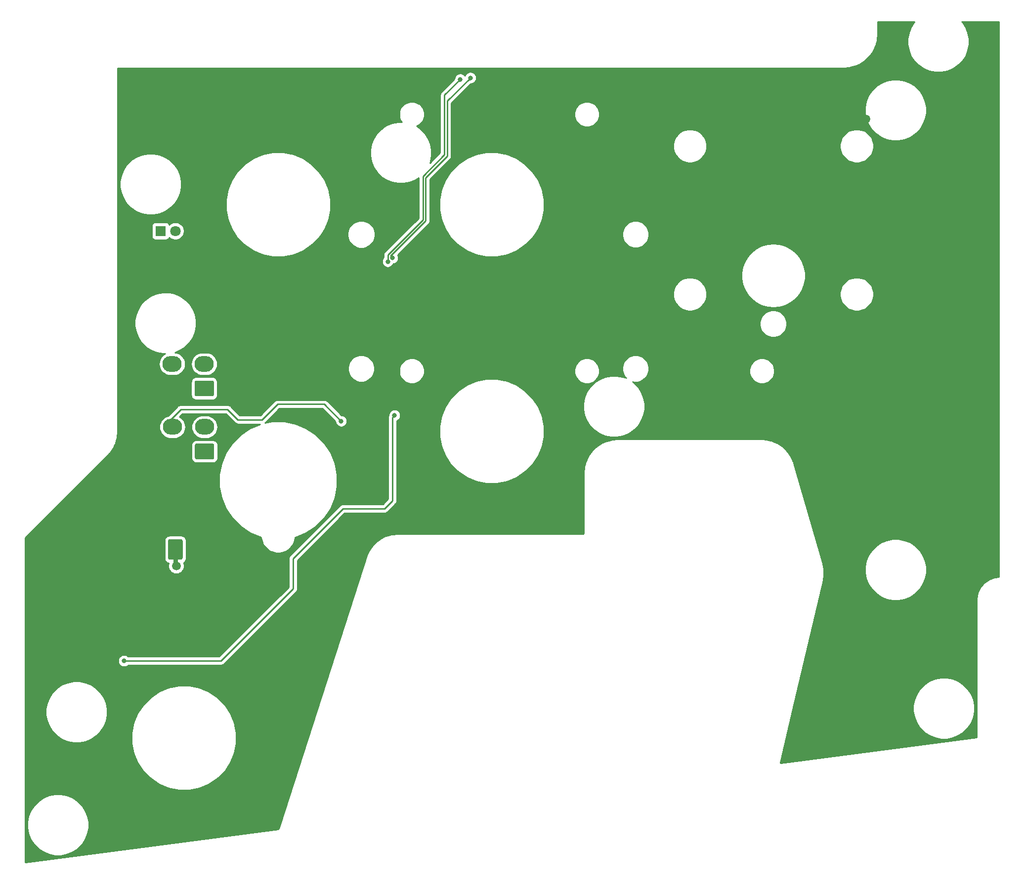
<source format=gbr>
%TF.GenerationSoftware,KiCad,Pcbnew,(5.1.12-1-10_14)*%
%TF.CreationDate,2021-11-24T13:08:03+11:00*%
%TF.ProjectId,Select JETT Panel PCB V2,53656c65-6374-4204-9a45-54542050616e,rev?*%
%TF.SameCoordinates,Original*%
%TF.FileFunction,Copper,L2,Bot*%
%TF.FilePolarity,Positive*%
%FSLAX46Y46*%
G04 Gerber Fmt 4.6, Leading zero omitted, Abs format (unit mm)*
G04 Created by KiCad (PCBNEW (5.1.12-1-10_14)) date 2021-11-24 13:08:03*
%MOMM*%
%LPD*%
G01*
G04 APERTURE LIST*
%TA.AperFunction,ComponentPad*%
%ADD10O,3.300000X2.700000*%
%TD*%
%TA.AperFunction,ComponentPad*%
%ADD11C,1.800000*%
%TD*%
%TA.AperFunction,ComponentPad*%
%ADD12R,1.800000X1.800000*%
%TD*%
%TA.AperFunction,ViaPad*%
%ADD13C,0.800000*%
%TD*%
%TA.AperFunction,ViaPad*%
%ADD14C,1.500000*%
%TD*%
%TA.AperFunction,Conductor*%
%ADD15C,0.250000*%
%TD*%
%TA.AperFunction,Conductor*%
%ADD16C,0.750000*%
%TD*%
%TA.AperFunction,Conductor*%
%ADD17C,0.254000*%
%TD*%
%TA.AperFunction,Conductor*%
%ADD18C,0.100000*%
%TD*%
G04 APERTURE END LIST*
D10*
%TO.P,J2,4*%
%TO.N,/DATAOUT*%
X91000000Y-91600000D03*
%TO.P,J2,3*%
%TO.N,/LEDGND*%
X91000000Y-95800000D03*
%TO.P,J2,2*%
%TO.N,/LED+5V*%
X96500000Y-91600000D03*
%TO.P,J2,1*%
%TA.AperFunction,ComponentPad*%
G36*
G01*
X97899999Y-97150000D02*
X95100001Y-97150000D01*
G75*
G02*
X94850000Y-96899999I0J250001D01*
G01*
X94850000Y-94700001D01*
G75*
G02*
X95100001Y-94450000I250001J0D01*
G01*
X97899999Y-94450000D01*
G75*
G02*
X98150000Y-94700001I0J-250001D01*
G01*
X98150000Y-96899999D01*
G75*
G02*
X97899999Y-97150000I-250001J0D01*
G01*
G37*
%TD.AperFunction*%
%TD*%
%TO.P,J1,4*%
%TO.N,/DATAIN*%
X90950000Y-80800000D03*
%TO.P,J1,3*%
%TO.N,/LEDGND*%
X90950000Y-85000000D03*
%TO.P,J1,2*%
%TO.N,/LED+5V*%
X96450000Y-80800000D03*
%TO.P,J1,1*%
%TA.AperFunction,ComponentPad*%
G36*
G01*
X97849999Y-86350000D02*
X95050001Y-86350000D01*
G75*
G02*
X94800000Y-86099999I0J250001D01*
G01*
X94800000Y-83900001D01*
G75*
G02*
X95050001Y-83650000I250001J0D01*
G01*
X97849999Y-83650000D01*
G75*
G02*
X98100000Y-83900001I0J-250001D01*
G01*
X98100000Y-86099999D01*
G75*
G02*
X97849999Y-86350000I-250001J0D01*
G01*
G37*
%TD.AperFunction*%
%TD*%
D11*
%TO.P,D82,2*%
%TO.N,/LED+5V*%
X91500000Y-58000000D03*
D12*
%TO.P,D82,1*%
%TO.N,Net-(D82-Pad1)*%
X88960000Y-58000000D03*
%TD*%
%TO.P,C1,2*%
%TO.N,/LEDGND*%
%TA.AperFunction,SMDPad,CuDef*%
G36*
G01*
X92500000Y-107850000D02*
X90500000Y-107850000D01*
G75*
G02*
X90250000Y-107600000I0J250000D01*
G01*
X90250000Y-104600000D01*
G75*
G02*
X90500000Y-104350000I250000J0D01*
G01*
X92500000Y-104350000D01*
G75*
G02*
X92750000Y-104600000I0J-250000D01*
G01*
X92750000Y-107600000D01*
G75*
G02*
X92500000Y-107850000I-250000J0D01*
G01*
G37*
%TD.AperFunction*%
%TO.P,C1,1*%
%TO.N,/LED+5V*%
%TA.AperFunction,SMDPad,CuDef*%
G36*
G01*
X92500000Y-114350000D02*
X90500000Y-114350000D01*
G75*
G02*
X90250000Y-114100000I0J250000D01*
G01*
X90250000Y-111100000D01*
G75*
G02*
X90500000Y-110850000I250000J0D01*
G01*
X92500000Y-110850000D01*
G75*
G02*
X92750000Y-111100000I0J-250000D01*
G01*
X92750000Y-114100000D01*
G75*
G02*
X92500000Y-114350000I-250000J0D01*
G01*
G37*
%TD.AperFunction*%
%TD*%
D13*
%TO.N,Net-(D35-Pad2)*%
X82700000Y-131700000D03*
X142050000Y-31750000D03*
X129050000Y-89600000D03*
X128700000Y-62636390D03*
%TO.N,Net-(D50-Pad2)*%
X140300000Y-32000000D03*
X127900000Y-63250000D03*
D14*
%TO.N,/LEDGND*%
X92024700Y-60430900D03*
X228088300Y-93711100D03*
X212194500Y-133210700D03*
X207360700Y-138806800D03*
X192564000Y-91637000D03*
X192239000Y-36640900D03*
X137162900Y-76173700D03*
X120476700Y-76264400D03*
X85162800Y-128227400D03*
X218724900Y-66427000D03*
X208072800Y-125994400D03*
X206342300Y-102691900D03*
X198637800Y-91199800D03*
X172619700Y-36793300D03*
X160530200Y-93699700D03*
X141283500Y-44281800D03*
X140968900Y-36760100D03*
X96925000Y-128286400D03*
X180426600Y-37442300D03*
X89229900Y-134593500D03*
X88927000Y-121596500D03*
X219971700Y-125568500D03*
X227698900Y-112265000D03*
X212044500Y-94399700D03*
X183549300Y-91389700D03*
X208068400Y-85457500D03*
X227923900Y-65477000D03*
X149026900Y-75934500D03*
X137674400Y-59630300D03*
X143824600Y-68623100D03*
X92600000Y-155778500D03*
X104714800Y-159315900D03*
X103638700Y-146549000D03*
X113167000Y-83918900D03*
X100728300Y-60173400D03*
X230400000Y-106100000D03*
X220200000Y-105000000D03*
X221400000Y-96600000D03*
X224900000Y-86000000D03*
X219000000Y-54200000D03*
X211700000Y-54700000D03*
X200100000Y-46900000D03*
X193100000Y-46900000D03*
X209800000Y-38800000D03*
X172400000Y-52100000D03*
X179388000Y-55487500D03*
X155500000Y-36800000D03*
X155500000Y-44500000D03*
X161500000Y-55000000D03*
X154700000Y-66800000D03*
X159400000Y-75700000D03*
X151200000Y-81900000D03*
X150300000Y-104200000D03*
X133800000Y-99000000D03*
X89600000Y-160200000D03*
X83287500Y-150088000D03*
X102700000Y-134700000D03*
X107000000Y-128400000D03*
X102100000Y-121400000D03*
X116800000Y-115600000D03*
X106200000Y-115800000D03*
X98787500Y-105888000D03*
X124800000Y-101600000D03*
X104600000Y-87400000D03*
X115200000Y-90100000D03*
X113200000Y-77800000D03*
X103800000Y-77600000D03*
X104100000Y-70700000D03*
X111700000Y-70300000D03*
X122400000Y-66900000D03*
X125100000Y-55200000D03*
X120400000Y-43300000D03*
X103900000Y-38400000D03*
X121000000Y-38300000D03*
X126500000Y-40100000D03*
X101075000Y-46975000D03*
X95200000Y-40700000D03*
X114300000Y-37100000D03*
X208450000Y-113550000D03*
X222350000Y-111900000D03*
%TO.N,/LED+5V*%
X91654600Y-115431500D03*
D13*
%TO.N,/DATAOUT*%
X119900000Y-90600000D03*
%TD*%
D15*
%TO.N,Net-(D35-Pad2)*%
X128350010Y-62286400D02*
X128700000Y-62636390D01*
X134350010Y-48849990D02*
X134350009Y-56286401D01*
X128700000Y-91173002D02*
X128700000Y-91800000D01*
X138100000Y-35700000D02*
X138050010Y-35749990D01*
X142050000Y-31750000D02*
X138100000Y-35700000D01*
X138050010Y-45149990D02*
X134350010Y-48849990D01*
X134350009Y-56286401D02*
X128350010Y-62286400D01*
X128700000Y-104250000D02*
X128700000Y-91800000D01*
X127350000Y-105600000D02*
X128700000Y-104250000D01*
X120200000Y-105600000D02*
X127350000Y-105600000D01*
X82700000Y-131700000D02*
X99300000Y-131700000D01*
X99300000Y-131700000D02*
X111650000Y-119350000D01*
X111650000Y-119350000D02*
X111650000Y-114150000D01*
X111650000Y-114150000D02*
X120200000Y-105600000D01*
X138050010Y-35749990D02*
X138050010Y-45149990D01*
X128700000Y-91173002D02*
X128700000Y-89950000D01*
X128700000Y-89950000D02*
X129050000Y-89600000D01*
X129050000Y-89600000D02*
X129050000Y-89600000D01*
X128700000Y-62636390D02*
X128700000Y-62636390D01*
%TO.N,Net-(D50-Pad2)*%
X127900000Y-62100000D02*
X133900000Y-56100000D01*
X133900000Y-56100000D02*
X133900000Y-48600000D01*
X133900000Y-48600000D02*
X137600000Y-44900000D01*
X137600000Y-44900000D02*
X137600000Y-34700000D01*
X137600000Y-34700000D02*
X140300000Y-32000000D01*
X140300000Y-32000000D02*
X140300000Y-32000000D01*
X127900000Y-63250000D02*
X127900000Y-62100000D01*
D16*
%TO.N,/LED+5V*%
X91500000Y-112600000D02*
X91500000Y-115276900D01*
X91500000Y-115276900D02*
X91654600Y-115431500D01*
D15*
%TO.N,/DATAOUT*%
X92425010Y-88574990D02*
X90750000Y-90250000D01*
X100424990Y-88574990D02*
X92425010Y-88574990D01*
X106350000Y-90350000D02*
X102200000Y-90350000D01*
X102200000Y-90350000D02*
X100424990Y-88574990D01*
X119900000Y-90600000D02*
X117000000Y-87700000D01*
X117000000Y-87700000D02*
X109000000Y-87700000D01*
X109000000Y-87700000D02*
X106350000Y-90350000D01*
%TD*%
D17*
%TO.N,/LEDGND*%
X232555811Y-22130584D02*
X232561703Y-22132362D01*
X232567130Y-22135248D01*
X232571899Y-22139137D01*
X232575819Y-22143876D01*
X232578745Y-22149288D01*
X232580563Y-22155160D01*
X232584693Y-22194455D01*
X232584707Y-117250640D01*
X232580625Y-117292642D01*
X232578853Y-117298528D01*
X232575969Y-117303962D01*
X232572086Y-117308732D01*
X232567351Y-117312656D01*
X232561944Y-117315585D01*
X232551785Y-117318740D01*
X232488930Y-117326178D01*
X232488856Y-117326186D01*
X231950217Y-117389925D01*
X231890166Y-117403072D01*
X231829797Y-117414641D01*
X231820081Y-117417583D01*
X231228297Y-117601320D01*
X231167575Y-117626906D01*
X231106503Y-117651641D01*
X231097544Y-117656414D01*
X230552719Y-117951597D01*
X230498138Y-117988480D01*
X230443020Y-118024615D01*
X230435159Y-118031037D01*
X229958043Y-118426423D01*
X229911644Y-118473226D01*
X229864615Y-118519359D01*
X229858151Y-118527186D01*
X229466921Y-119007713D01*
X229430500Y-119062632D01*
X229393324Y-119117025D01*
X229388503Y-119125959D01*
X229098058Y-119673324D01*
X229072991Y-119734289D01*
X229047094Y-119794851D01*
X229044101Y-119804550D01*
X228865505Y-120397906D01*
X228852762Y-120462549D01*
X228839116Y-120527016D01*
X228838064Y-120537112D01*
X228785476Y-121078163D01*
X228785228Y-121078981D01*
X228774708Y-121185790D01*
X228774712Y-144704775D01*
X228770625Y-144746456D01*
X228768847Y-144752346D01*
X228765961Y-144757774D01*
X228762072Y-144762543D01*
X228757331Y-144766464D01*
X228751924Y-144769388D01*
X228725823Y-144777468D01*
X195229029Y-149187410D01*
X195187102Y-149188808D01*
X195181032Y-149187815D01*
X195175271Y-149185662D01*
X195170035Y-149182429D01*
X195165531Y-149178246D01*
X195161922Y-149173262D01*
X195159353Y-149167680D01*
X195157915Y-149161696D01*
X195157500Y-149151391D01*
X195162223Y-149118773D01*
X197458655Y-139320080D01*
X217874694Y-139320080D01*
X217874694Y-140359558D01*
X218077486Y-141379063D01*
X218475277Y-142339416D01*
X219052781Y-143203710D01*
X219787803Y-143938732D01*
X220652097Y-144516236D01*
X221612450Y-144914027D01*
X222631955Y-145116819D01*
X223671433Y-145116819D01*
X224690938Y-144914027D01*
X225651291Y-144516236D01*
X226515585Y-143938732D01*
X227250607Y-143203710D01*
X227828111Y-142339416D01*
X228225902Y-141379063D01*
X228428694Y-140359558D01*
X228428694Y-139320080D01*
X228225902Y-138300575D01*
X227828111Y-137340222D01*
X227250607Y-136475928D01*
X226515585Y-135740906D01*
X225651291Y-135163402D01*
X224690938Y-134765611D01*
X223671433Y-134562819D01*
X222631955Y-134562819D01*
X221612450Y-134765611D01*
X220652097Y-135163402D01*
X219787803Y-135740906D01*
X219052781Y-136475928D01*
X218475277Y-137340222D01*
X218077486Y-138300575D01*
X217874694Y-139320080D01*
X197458655Y-139320080D01*
X202483027Y-117881494D01*
X202486741Y-117853529D01*
X202605398Y-117081687D01*
X202606589Y-117062973D01*
X202610131Y-117044560D01*
X202613767Y-116960942D01*
X202600997Y-116057866D01*
X202598642Y-116035113D01*
X202598917Y-116012242D01*
X202587688Y-115929300D01*
X202515497Y-115558261D01*
X209619707Y-115558261D01*
X209619707Y-116597739D01*
X209822499Y-117617244D01*
X210220290Y-118577597D01*
X210797794Y-119441891D01*
X211532816Y-120176913D01*
X212397110Y-120754417D01*
X213357463Y-121152208D01*
X214376968Y-121355000D01*
X215416446Y-121355000D01*
X216435951Y-121152208D01*
X217396304Y-120754417D01*
X218260598Y-120176913D01*
X218995620Y-119441891D01*
X219573124Y-118577597D01*
X219970915Y-117617244D01*
X220173707Y-116597739D01*
X220173707Y-115558261D01*
X219970915Y-114538756D01*
X219573124Y-113578403D01*
X218995620Y-112714109D01*
X218260598Y-111979087D01*
X217396304Y-111401583D01*
X216435951Y-111003792D01*
X215416446Y-110801000D01*
X214376968Y-110801000D01*
X213357463Y-111003792D01*
X212397110Y-111401583D01*
X211532816Y-111979087D01*
X210797794Y-112714109D01*
X210220290Y-113578403D01*
X209822499Y-114538756D01*
X209619707Y-115558261D01*
X202515497Y-115558261D01*
X202421653Y-115075933D01*
X202410874Y-115017492D01*
X197466966Y-97862141D01*
X197464030Y-97854764D01*
X197406289Y-97669677D01*
X197404421Y-97665152D01*
X197378086Y-97594248D01*
X197015404Y-96767101D01*
X197004393Y-96747053D01*
X196995759Y-96725870D01*
X196953183Y-96653810D01*
X196449758Y-95903962D01*
X196435372Y-95886182D01*
X196423123Y-95866862D01*
X196368472Y-95803496D01*
X196368459Y-95803480D01*
X196368453Y-95803475D01*
X195740204Y-95154632D01*
X195722893Y-95139677D01*
X195707419Y-95122835D01*
X195642396Y-95070135D01*
X194909169Y-94542795D01*
X194889484Y-94531142D01*
X194871271Y-94517306D01*
X194797943Y-94476953D01*
X193982920Y-94087792D01*
X193961487Y-94079811D01*
X193941109Y-94069417D01*
X193861794Y-94042688D01*
X192990738Y-93804004D01*
X192968230Y-93799944D01*
X192946332Y-93793323D01*
X192863537Y-93781062D01*
X191963980Y-93700402D01*
X191962135Y-93700401D01*
X191932648Y-93697497D01*
X167235996Y-93697497D01*
X167209491Y-93700108D01*
X166476357Y-93753946D01*
X166459417Y-93756720D01*
X166442263Y-93757259D01*
X166359887Y-93772081D01*
X165481677Y-93982920D01*
X165459995Y-93990217D01*
X165437623Y-93994972D01*
X165359175Y-94024146D01*
X164532179Y-94387172D01*
X164512130Y-94398194D01*
X164490956Y-94406835D01*
X164418914Y-94449440D01*
X163669275Y-94953177D01*
X163651499Y-94967572D01*
X163632186Y-94979828D01*
X163568827Y-95034518D01*
X162920241Y-95663042D01*
X162905296Y-95680356D01*
X162888456Y-95695841D01*
X162835784Y-95760886D01*
X162308750Y-96494333D01*
X162297105Y-96514024D01*
X162283278Y-96532240D01*
X162242956Y-96605585D01*
X161854132Y-97420769D01*
X161846158Y-97442209D01*
X161835774Y-97462590D01*
X161809078Y-97541916D01*
X161570757Y-98413072D01*
X161566707Y-98435581D01*
X161560095Y-98457481D01*
X161547868Y-98540281D01*
X161467868Y-99436663D01*
X161464704Y-99468790D01*
X161464705Y-109819435D01*
X161460618Y-109861116D01*
X161458840Y-109867006D01*
X161455954Y-109872434D01*
X161452065Y-109877203D01*
X161447324Y-109881124D01*
X161441917Y-109884048D01*
X161436040Y-109885867D01*
X161396747Y-109889997D01*
X129663751Y-109889997D01*
X129661225Y-109890246D01*
X129623447Y-109890510D01*
X129610277Y-109891778D01*
X129553801Y-109894343D01*
X128655419Y-109987181D01*
X128632961Y-109991546D01*
X128610158Y-109993301D01*
X128528540Y-110011844D01*
X127660798Y-110262306D01*
X127639473Y-110270577D01*
X127617338Y-110276343D01*
X127540294Y-110309046D01*
X126730616Y-110709213D01*
X126711091Y-110721131D01*
X126690328Y-110730725D01*
X126620293Y-110776555D01*
X125894277Y-111313778D01*
X125877168Y-111328968D01*
X125858435Y-111342085D01*
X125797622Y-111399592D01*
X125178214Y-112056892D01*
X125164069Y-112074867D01*
X125147951Y-112091098D01*
X125098283Y-112158466D01*
X124605063Y-112915065D01*
X124594325Y-112935261D01*
X124581336Y-112954089D01*
X124544383Y-113029188D01*
X124202764Y-113837914D01*
X124182120Y-113885506D01*
X109207206Y-160459617D01*
X109190513Y-160498192D01*
X109187022Y-160503253D01*
X109182612Y-160507542D01*
X109177451Y-160510893D01*
X109164318Y-160516146D01*
X109140139Y-160521219D01*
X65838530Y-166221984D01*
X65796673Y-166223372D01*
X65790604Y-166222379D01*
X65784842Y-166220224D01*
X65779610Y-166216993D01*
X65775109Y-166212810D01*
X65771499Y-166207823D01*
X65768928Y-166202233D01*
X65765029Y-166185993D01*
X65763707Y-166166853D01*
X65763707Y-159300293D01*
X66109707Y-159300293D01*
X66109707Y-160339771D01*
X66312499Y-161359276D01*
X66710290Y-162319629D01*
X67287794Y-163183923D01*
X68022816Y-163918945D01*
X68887110Y-164496449D01*
X69847463Y-164894240D01*
X70866968Y-165097032D01*
X71906446Y-165097032D01*
X72925951Y-164894240D01*
X73886304Y-164496449D01*
X74750598Y-163918945D01*
X75485620Y-163183923D01*
X76063124Y-162319629D01*
X76460915Y-161359276D01*
X76663707Y-160339771D01*
X76663707Y-159300293D01*
X76460915Y-158280788D01*
X76063124Y-157320435D01*
X75485620Y-156456141D01*
X74750598Y-155721119D01*
X73886304Y-155143615D01*
X72925951Y-154745824D01*
X71906446Y-154543032D01*
X70866968Y-154543032D01*
X69847463Y-154745824D01*
X68887110Y-155143615D01*
X68022816Y-155721119D01*
X67287794Y-156456141D01*
X66710290Y-157320435D01*
X66312499Y-158280788D01*
X66109707Y-159300293D01*
X65763707Y-159300293D01*
X65763707Y-139942279D01*
X69284693Y-139942279D01*
X69284693Y-140981757D01*
X69487485Y-142001262D01*
X69885276Y-142961615D01*
X70462780Y-143825909D01*
X71197802Y-144560931D01*
X72062096Y-145138435D01*
X73022449Y-145536226D01*
X74041954Y-145739018D01*
X75081432Y-145739018D01*
X76100937Y-145536226D01*
X77061290Y-145138435D01*
X77925584Y-144560931D01*
X78463675Y-144022840D01*
X83999707Y-144022840D01*
X83999707Y-145791154D01*
X84344688Y-147525491D01*
X85021393Y-149159201D01*
X86003816Y-150629501D01*
X87254203Y-151879888D01*
X88724503Y-152862311D01*
X90358213Y-153539016D01*
X92092550Y-153883997D01*
X93860864Y-153883997D01*
X95595201Y-153539016D01*
X97228911Y-152862311D01*
X98699211Y-151879888D01*
X99949598Y-150629501D01*
X100932021Y-149159201D01*
X101608726Y-147525491D01*
X101953707Y-145791154D01*
X101953707Y-144022840D01*
X101608726Y-142288503D01*
X100932021Y-140654793D01*
X99949598Y-139184493D01*
X98699211Y-137934106D01*
X97228911Y-136951683D01*
X95595201Y-136274978D01*
X93860864Y-135929997D01*
X92092550Y-135929997D01*
X90358213Y-136274978D01*
X88724503Y-136951683D01*
X87254203Y-137934106D01*
X86003816Y-139184493D01*
X85021393Y-140654793D01*
X84344688Y-142288503D01*
X83999707Y-144022840D01*
X78463675Y-144022840D01*
X78660606Y-143825909D01*
X79238110Y-142961615D01*
X79635901Y-142001262D01*
X79838693Y-140981757D01*
X79838693Y-139942279D01*
X79635901Y-138922774D01*
X79238110Y-137962421D01*
X78660606Y-137098127D01*
X77925584Y-136363105D01*
X77061290Y-135785601D01*
X76100937Y-135387810D01*
X75081432Y-135185018D01*
X74041954Y-135185018D01*
X73022449Y-135387810D01*
X72062096Y-135785601D01*
X71197802Y-136363105D01*
X70462780Y-137098127D01*
X69885276Y-137962421D01*
X69487485Y-138922774D01*
X69284693Y-139942279D01*
X65763707Y-139942279D01*
X65763707Y-131598849D01*
X81673000Y-131598849D01*
X81673000Y-131801151D01*
X81712467Y-131999565D01*
X81789885Y-132186467D01*
X81902277Y-132354674D01*
X82045326Y-132497723D01*
X82213533Y-132610115D01*
X82400435Y-132687533D01*
X82598849Y-132727000D01*
X82801151Y-132727000D01*
X82999565Y-132687533D01*
X83186467Y-132610115D01*
X83354674Y-132497723D01*
X83400397Y-132452000D01*
X99263065Y-132452000D01*
X99300000Y-132455638D01*
X99336935Y-132452000D01*
X99336938Y-132452000D01*
X99447418Y-132441119D01*
X99589170Y-132398118D01*
X99719810Y-132328290D01*
X99834317Y-132234317D01*
X99857867Y-132205621D01*
X112155627Y-119907862D01*
X112184317Y-119884317D01*
X112249780Y-119804550D01*
X112278290Y-119769811D01*
X112325833Y-119680862D01*
X112348118Y-119639170D01*
X112391119Y-119497418D01*
X112402000Y-119386938D01*
X112402000Y-119386929D01*
X112405637Y-119350001D01*
X112402000Y-119313073D01*
X112402000Y-114461488D01*
X120511489Y-106352000D01*
X127313065Y-106352000D01*
X127350000Y-106355638D01*
X127386935Y-106352000D01*
X127386938Y-106352000D01*
X127497418Y-106341119D01*
X127639170Y-106298118D01*
X127769810Y-106228290D01*
X127884317Y-106134317D01*
X127907867Y-106105621D01*
X129205627Y-104807862D01*
X129234317Y-104784317D01*
X129257863Y-104755626D01*
X129328290Y-104669811D01*
X129398117Y-104539171D01*
X129398118Y-104539170D01*
X129441119Y-104397418D01*
X129452000Y-104286938D01*
X129452000Y-104286936D01*
X129455638Y-104250001D01*
X129452000Y-104213065D01*
X129452000Y-91444861D01*
X136704694Y-91444861D01*
X136704694Y-93213175D01*
X137049675Y-94947512D01*
X137726380Y-96581222D01*
X138708803Y-98051522D01*
X139959190Y-99301909D01*
X141429490Y-100284332D01*
X143063200Y-100961037D01*
X144797537Y-101306018D01*
X146565851Y-101306018D01*
X148300188Y-100961037D01*
X149933898Y-100284332D01*
X151404198Y-99301909D01*
X152654585Y-98051522D01*
X153637008Y-96581222D01*
X154313713Y-94947512D01*
X154658694Y-93213175D01*
X154658694Y-91444861D01*
X154313713Y-89710524D01*
X153637008Y-88076814D01*
X153288182Y-87554758D01*
X161359703Y-87554758D01*
X161359703Y-88594236D01*
X161562495Y-89613741D01*
X161960286Y-90574094D01*
X162537790Y-91438388D01*
X163272812Y-92173410D01*
X164137106Y-92750914D01*
X165097459Y-93148705D01*
X166116964Y-93351497D01*
X167156442Y-93351497D01*
X168175947Y-93148705D01*
X169136300Y-92750914D01*
X170000594Y-92173410D01*
X170735616Y-91438388D01*
X171313120Y-90574094D01*
X171710911Y-89613741D01*
X171913703Y-88594236D01*
X171913703Y-87554758D01*
X171710911Y-86535253D01*
X171313120Y-85574900D01*
X170735616Y-84710606D01*
X170000594Y-83975584D01*
X169793877Y-83837460D01*
X170112404Y-83900819D01*
X170567596Y-83900819D01*
X171014041Y-83812015D01*
X171434583Y-83637821D01*
X171813061Y-83384930D01*
X172134930Y-83063061D01*
X172387821Y-82684583D01*
X172562015Y-82264041D01*
X172650819Y-81817596D01*
X172650819Y-81786127D01*
X189828507Y-81786127D01*
X189828507Y-82213873D01*
X189911956Y-82633401D01*
X190075648Y-83028588D01*
X190313291Y-83384246D01*
X190615754Y-83686709D01*
X190971412Y-83924352D01*
X191366599Y-84088044D01*
X191786127Y-84171493D01*
X192213873Y-84171493D01*
X192633401Y-84088044D01*
X193028588Y-83924352D01*
X193384246Y-83686709D01*
X193686709Y-83384246D01*
X193924352Y-83028588D01*
X194088044Y-82633401D01*
X194171493Y-82213873D01*
X194171493Y-81786127D01*
X194088044Y-81366599D01*
X193924352Y-80971412D01*
X193686709Y-80615754D01*
X193384246Y-80313291D01*
X193028588Y-80075648D01*
X192633401Y-79911956D01*
X192213873Y-79828507D01*
X191786127Y-79828507D01*
X191366599Y-79911956D01*
X190971412Y-80075648D01*
X190615754Y-80313291D01*
X190313291Y-80615754D01*
X190075648Y-80971412D01*
X189911956Y-81366599D01*
X189828507Y-81786127D01*
X172650819Y-81786127D01*
X172650819Y-81362404D01*
X172562015Y-80915959D01*
X172387821Y-80495417D01*
X172134930Y-80116939D01*
X171813061Y-79795070D01*
X171434583Y-79542179D01*
X171014041Y-79367985D01*
X170567596Y-79279181D01*
X170112404Y-79279181D01*
X169665959Y-79367985D01*
X169245417Y-79542179D01*
X168866939Y-79795070D01*
X168545070Y-80116939D01*
X168292179Y-80495417D01*
X168117985Y-80915959D01*
X168029181Y-81362404D01*
X168029181Y-81817596D01*
X168117985Y-82264041D01*
X168292179Y-82684583D01*
X168545070Y-83063061D01*
X168698921Y-83216912D01*
X168175947Y-83000289D01*
X167156442Y-82797497D01*
X166116964Y-82797497D01*
X165097459Y-83000289D01*
X164137106Y-83398080D01*
X163272812Y-83975584D01*
X162537790Y-84710606D01*
X161960286Y-85574900D01*
X161562495Y-86535253D01*
X161359703Y-87554758D01*
X153288182Y-87554758D01*
X152654585Y-86606514D01*
X151404198Y-85356127D01*
X149933898Y-84373704D01*
X148300188Y-83696999D01*
X146565851Y-83352018D01*
X144797537Y-83352018D01*
X143063200Y-83696999D01*
X141429490Y-84373704D01*
X139959190Y-85356127D01*
X138708803Y-86606514D01*
X137726380Y-88076814D01*
X137049675Y-89710524D01*
X136704694Y-91444861D01*
X129452000Y-91444861D01*
X129452000Y-90545103D01*
X129536467Y-90510115D01*
X129704674Y-90397723D01*
X129847723Y-90254674D01*
X129960115Y-90086467D01*
X130037533Y-89899565D01*
X130077000Y-89701151D01*
X130077000Y-89498849D01*
X130037533Y-89300435D01*
X129960115Y-89113533D01*
X129847723Y-88945326D01*
X129704674Y-88802277D01*
X129536467Y-88689885D01*
X129349565Y-88612467D01*
X129151151Y-88573000D01*
X128948849Y-88573000D01*
X128750435Y-88612467D01*
X128563533Y-88689885D01*
X128395326Y-88802277D01*
X128252277Y-88945326D01*
X128139885Y-89113533D01*
X128062467Y-89300435D01*
X128023000Y-89498849D01*
X128023000Y-89621321D01*
X128001882Y-89660831D01*
X127958882Y-89802583D01*
X127944362Y-89950000D01*
X127948001Y-89986945D01*
X127948000Y-91136064D01*
X127948000Y-91836938D01*
X127948001Y-91836948D01*
X127948000Y-103938511D01*
X127038512Y-104848000D01*
X120236935Y-104848000D01*
X120200000Y-104844362D01*
X120163064Y-104848000D01*
X120163062Y-104848000D01*
X120052582Y-104858881D01*
X119910830Y-104901882D01*
X119780190Y-104971710D01*
X119665683Y-105065683D01*
X119642137Y-105094374D01*
X111144375Y-113592137D01*
X111115684Y-113615683D01*
X111092138Y-113644374D01*
X111092137Y-113644375D01*
X111021710Y-113730190D01*
X110951882Y-113860831D01*
X110908882Y-114002583D01*
X110894362Y-114150000D01*
X110898001Y-114186945D01*
X110898000Y-119038511D01*
X98988512Y-130948000D01*
X83400397Y-130948000D01*
X83354674Y-130902277D01*
X83186467Y-130789885D01*
X82999565Y-130712467D01*
X82801151Y-130673000D01*
X82598849Y-130673000D01*
X82400435Y-130712467D01*
X82213533Y-130789885D01*
X82045326Y-130902277D01*
X81902277Y-131045326D01*
X81789885Y-131213533D01*
X81712467Y-131400435D01*
X81673000Y-131598849D01*
X65763707Y-131598849D01*
X65763707Y-111100000D01*
X89619967Y-111100000D01*
X89619967Y-114100000D01*
X89636877Y-114271686D01*
X89686956Y-114436774D01*
X89768279Y-114588920D01*
X89877723Y-114722277D01*
X90011080Y-114831721D01*
X90163226Y-114913044D01*
X90328314Y-114963123D01*
X90356984Y-114965947D01*
X90330517Y-115029844D01*
X90277600Y-115295877D01*
X90277600Y-115567123D01*
X90330517Y-115833156D01*
X90434318Y-116083754D01*
X90585014Y-116309287D01*
X90776813Y-116501086D01*
X91002346Y-116651782D01*
X91252944Y-116755583D01*
X91518977Y-116808500D01*
X91790223Y-116808500D01*
X92056256Y-116755583D01*
X92306854Y-116651782D01*
X92532387Y-116501086D01*
X92724186Y-116309287D01*
X92874882Y-116083754D01*
X92978683Y-115833156D01*
X93031600Y-115567123D01*
X93031600Y-115295877D01*
X92978683Y-115029844D01*
X92913349Y-114872114D01*
X92988920Y-114831721D01*
X93122277Y-114722277D01*
X93231721Y-114588920D01*
X93313044Y-114436774D01*
X93363123Y-114271686D01*
X93380033Y-114100000D01*
X93380033Y-111100000D01*
X93363123Y-110928314D01*
X93313044Y-110763226D01*
X93231721Y-110611080D01*
X93122277Y-110477723D01*
X92988920Y-110368279D01*
X92836774Y-110286956D01*
X92671686Y-110236877D01*
X92500000Y-110219967D01*
X90500000Y-110219967D01*
X90328314Y-110236877D01*
X90163226Y-110286956D01*
X90011080Y-110368279D01*
X89877723Y-110477723D01*
X89768279Y-110611080D01*
X89686956Y-110763226D01*
X89636877Y-110928314D01*
X89619967Y-111100000D01*
X65763707Y-111100000D01*
X65763707Y-110676112D01*
X65767794Y-110634432D01*
X65769572Y-110628542D01*
X65772460Y-110623110D01*
X65798161Y-110591598D01*
X79963122Y-96426634D01*
X79971594Y-96416311D01*
X80209798Y-96159974D01*
X80212140Y-96156955D01*
X80214951Y-96154370D01*
X80267624Y-96089324D01*
X80794658Y-95355879D01*
X80806303Y-95336187D01*
X80820131Y-95317970D01*
X80860453Y-95244625D01*
X81120225Y-94700001D01*
X94219967Y-94700001D01*
X94219967Y-96899999D01*
X94236877Y-97071685D01*
X94286956Y-97236773D01*
X94368279Y-97388920D01*
X94477723Y-97522277D01*
X94611080Y-97631721D01*
X94763227Y-97713044D01*
X94928315Y-97763123D01*
X95100001Y-97780033D01*
X97899999Y-97780033D01*
X98071685Y-97763123D01*
X98236773Y-97713044D01*
X98388920Y-97631721D01*
X98522277Y-97522277D01*
X98631721Y-97388920D01*
X98713044Y-97236773D01*
X98763123Y-97071685D01*
X98780033Y-96899999D01*
X98780033Y-94700001D01*
X98763123Y-94528315D01*
X98713044Y-94363227D01*
X98631721Y-94211080D01*
X98522277Y-94077723D01*
X98388920Y-93968279D01*
X98236773Y-93886956D01*
X98071685Y-93836877D01*
X97899999Y-93819967D01*
X95100001Y-93819967D01*
X94928315Y-93836877D01*
X94763227Y-93886956D01*
X94611080Y-93968279D01*
X94477723Y-94077723D01*
X94368279Y-94211080D01*
X94286956Y-94363227D01*
X94236877Y-94528315D01*
X94219967Y-94700001D01*
X81120225Y-94700001D01*
X81249276Y-94429440D01*
X81257249Y-94408000D01*
X81267633Y-94387621D01*
X81294329Y-94308294D01*
X81532650Y-93437139D01*
X81536701Y-93414627D01*
X81543312Y-93392729D01*
X81555539Y-93309929D01*
X81635537Y-92413568D01*
X81638703Y-92381421D01*
X81638703Y-91600000D01*
X88713435Y-91600000D01*
X88751606Y-91987560D01*
X88864653Y-92360226D01*
X89048232Y-92703676D01*
X89295286Y-93004714D01*
X89596324Y-93251768D01*
X89939774Y-93435347D01*
X90312440Y-93548394D01*
X90602884Y-93577000D01*
X91397116Y-93577000D01*
X91687560Y-93548394D01*
X92060226Y-93435347D01*
X92403676Y-93251768D01*
X92704714Y-93004714D01*
X92951768Y-92703676D01*
X93135347Y-92360226D01*
X93248394Y-91987560D01*
X93286565Y-91600000D01*
X94213435Y-91600000D01*
X94251606Y-91987560D01*
X94364653Y-92360226D01*
X94548232Y-92703676D01*
X94795286Y-93004714D01*
X95096324Y-93251768D01*
X95439774Y-93435347D01*
X95812440Y-93548394D01*
X96102884Y-93577000D01*
X96897116Y-93577000D01*
X97187560Y-93548394D01*
X97560226Y-93435347D01*
X97903676Y-93251768D01*
X98204714Y-93004714D01*
X98451768Y-92703676D01*
X98635347Y-92360226D01*
X98748394Y-91987560D01*
X98786565Y-91600000D01*
X98748394Y-91212440D01*
X98635347Y-90839774D01*
X98451768Y-90496324D01*
X98204714Y-90195286D01*
X97903676Y-89948232D01*
X97560226Y-89764653D01*
X97187560Y-89651606D01*
X96897116Y-89623000D01*
X96102884Y-89623000D01*
X95812440Y-89651606D01*
X95439774Y-89764653D01*
X95096324Y-89948232D01*
X94795286Y-90195286D01*
X94548232Y-90496324D01*
X94364653Y-90839774D01*
X94251606Y-91212440D01*
X94213435Y-91600000D01*
X93286565Y-91600000D01*
X93248394Y-91212440D01*
X93135347Y-90839774D01*
X92951768Y-90496324D01*
X92704714Y-90195286D01*
X92403676Y-89948232D01*
X92215721Y-89847767D01*
X92736499Y-89326990D01*
X100113502Y-89326990D01*
X101642137Y-90855626D01*
X101665683Y-90884317D01*
X101694374Y-90907863D01*
X101780189Y-90978290D01*
X101831355Y-91005638D01*
X101910830Y-91048118D01*
X102052582Y-91091119D01*
X102163062Y-91102000D01*
X102163064Y-91102000D01*
X102199999Y-91105638D01*
X102236935Y-91102000D01*
X105994096Y-91102000D01*
X104308765Y-91800087D01*
X102650112Y-92908364D01*
X101239544Y-94318932D01*
X100131267Y-95977585D01*
X99367873Y-97820581D01*
X98978698Y-99777096D01*
X98978698Y-101771940D01*
X99367873Y-103728455D01*
X100131267Y-105571451D01*
X101239544Y-107230104D01*
X102650112Y-108640672D01*
X104308765Y-109748949D01*
X106151761Y-110512343D01*
X106192698Y-110520486D01*
X106192698Y-110586423D01*
X106304643Y-111149209D01*
X106524231Y-111679341D01*
X106843023Y-112156447D01*
X107248769Y-112562193D01*
X107725875Y-112880985D01*
X108256007Y-113100573D01*
X108818793Y-113212518D01*
X109392603Y-113212518D01*
X109955389Y-113100573D01*
X110485521Y-112880985D01*
X110962627Y-112562193D01*
X111368373Y-112156447D01*
X111687165Y-111679341D01*
X111906753Y-111149209D01*
X112018698Y-110586423D01*
X112018698Y-110520486D01*
X112059635Y-110512343D01*
X113902631Y-109748949D01*
X115561284Y-108640672D01*
X116971852Y-107230104D01*
X118080129Y-105571451D01*
X118843523Y-103728455D01*
X119232698Y-101771940D01*
X119232698Y-99777096D01*
X118843523Y-97820581D01*
X118080129Y-95977585D01*
X116971852Y-94318932D01*
X115561284Y-92908364D01*
X113902631Y-91800087D01*
X112059635Y-91036693D01*
X110103120Y-90647518D01*
X108108276Y-90647518D01*
X106873603Y-90893110D01*
X106884317Y-90884317D01*
X106907867Y-90855621D01*
X109311489Y-88452000D01*
X116688512Y-88452000D01*
X118873000Y-90636489D01*
X118873000Y-90701151D01*
X118912467Y-90899565D01*
X118989885Y-91086467D01*
X119102277Y-91254674D01*
X119245326Y-91397723D01*
X119413533Y-91510115D01*
X119600435Y-91587533D01*
X119798849Y-91627000D01*
X120001151Y-91627000D01*
X120199565Y-91587533D01*
X120386467Y-91510115D01*
X120554674Y-91397723D01*
X120697723Y-91254674D01*
X120810115Y-91086467D01*
X120887533Y-90899565D01*
X120927000Y-90701151D01*
X120927000Y-90498849D01*
X120887533Y-90300435D01*
X120810115Y-90113533D01*
X120697723Y-89945326D01*
X120554674Y-89802277D01*
X120386467Y-89689885D01*
X120199565Y-89612467D01*
X120001151Y-89573000D01*
X119936489Y-89573000D01*
X117557867Y-87194379D01*
X117534317Y-87165683D01*
X117419810Y-87071710D01*
X117289170Y-87001882D01*
X117147418Y-86958881D01*
X117036938Y-86948000D01*
X117036935Y-86948000D01*
X117000000Y-86944362D01*
X116963065Y-86948000D01*
X109036935Y-86948000D01*
X109000000Y-86944362D01*
X108963064Y-86948000D01*
X108963062Y-86948000D01*
X108852582Y-86958881D01*
X108710830Y-87001882D01*
X108580190Y-87071710D01*
X108465683Y-87165683D01*
X108442137Y-87194374D01*
X106038512Y-89598000D01*
X102511489Y-89598000D01*
X100982857Y-88069369D01*
X100959307Y-88040673D01*
X100844800Y-87946700D01*
X100714160Y-87876872D01*
X100572408Y-87833871D01*
X100461928Y-87822990D01*
X100461925Y-87822990D01*
X100424990Y-87819352D01*
X100388055Y-87822990D01*
X92461945Y-87822990D01*
X92425010Y-87819352D01*
X92388074Y-87822990D01*
X92388072Y-87822990D01*
X92277592Y-87833871D01*
X92135840Y-87876872D01*
X92005200Y-87946700D01*
X91890693Y-88040673D01*
X91867147Y-88069364D01*
X90272917Y-89663595D01*
X89939774Y-89764653D01*
X89596324Y-89948232D01*
X89295286Y-90195286D01*
X89048232Y-90496324D01*
X88864653Y-90839774D01*
X88751606Y-91212440D01*
X88713435Y-91600000D01*
X81638703Y-91600000D01*
X81638703Y-83900001D01*
X94169967Y-83900001D01*
X94169967Y-86099999D01*
X94186877Y-86271685D01*
X94236956Y-86436773D01*
X94318279Y-86588920D01*
X94427723Y-86722277D01*
X94561080Y-86831721D01*
X94713227Y-86913044D01*
X94878315Y-86963123D01*
X95050001Y-86980033D01*
X97849999Y-86980033D01*
X98021685Y-86963123D01*
X98186773Y-86913044D01*
X98338920Y-86831721D01*
X98472277Y-86722277D01*
X98581721Y-86588920D01*
X98663044Y-86436773D01*
X98713123Y-86271685D01*
X98730033Y-86099999D01*
X98730033Y-83900001D01*
X98713123Y-83728315D01*
X98663044Y-83563227D01*
X98581721Y-83411080D01*
X98472277Y-83277723D01*
X98338920Y-83168279D01*
X98186773Y-83086956D01*
X98021685Y-83036877D01*
X97849999Y-83019967D01*
X95050001Y-83019967D01*
X94878315Y-83036877D01*
X94713227Y-83086956D01*
X94561080Y-83168279D01*
X94427723Y-83277723D01*
X94318279Y-83411080D01*
X94236956Y-83563227D01*
X94186877Y-83728315D01*
X94169967Y-83900001D01*
X81638703Y-83900001D01*
X81638701Y-73267278D01*
X84524693Y-73267278D01*
X84524693Y-74306756D01*
X84727485Y-75326261D01*
X85125276Y-76286614D01*
X85702780Y-77150908D01*
X86437802Y-77885930D01*
X87302096Y-78463434D01*
X88262449Y-78861225D01*
X89281954Y-79064017D01*
X89703878Y-79064017D01*
X89546324Y-79148232D01*
X89245286Y-79395286D01*
X88998232Y-79696324D01*
X88814653Y-80039774D01*
X88701606Y-80412440D01*
X88663435Y-80800000D01*
X88701606Y-81187560D01*
X88814653Y-81560226D01*
X88998232Y-81903676D01*
X89245286Y-82204714D01*
X89546324Y-82451768D01*
X89889774Y-82635347D01*
X90262440Y-82748394D01*
X90552884Y-82777000D01*
X91347116Y-82777000D01*
X91637560Y-82748394D01*
X92010226Y-82635347D01*
X92353676Y-82451768D01*
X92654714Y-82204714D01*
X92901768Y-81903676D01*
X93085347Y-81560226D01*
X93198394Y-81187560D01*
X93236565Y-80800000D01*
X94163435Y-80800000D01*
X94201606Y-81187560D01*
X94314653Y-81560226D01*
X94498232Y-81903676D01*
X94745286Y-82204714D01*
X95046324Y-82451768D01*
X95389774Y-82635347D01*
X95762440Y-82748394D01*
X96052884Y-82777000D01*
X96847116Y-82777000D01*
X97137560Y-82748394D01*
X97510226Y-82635347D01*
X97853676Y-82451768D01*
X98154714Y-82204714D01*
X98401768Y-81903676D01*
X98585347Y-81560226D01*
X98645355Y-81362404D01*
X121029181Y-81362404D01*
X121029181Y-81817596D01*
X121117985Y-82264041D01*
X121292179Y-82684583D01*
X121545070Y-83063061D01*
X121866939Y-83384930D01*
X122245417Y-83637821D01*
X122665959Y-83812015D01*
X123112404Y-83900819D01*
X123567596Y-83900819D01*
X124014041Y-83812015D01*
X124434583Y-83637821D01*
X124813061Y-83384930D01*
X125134930Y-83063061D01*
X125387821Y-82684583D01*
X125562015Y-82264041D01*
X125650819Y-81817596D01*
X125650819Y-81786127D01*
X129828507Y-81786127D01*
X129828507Y-82213873D01*
X129911956Y-82633401D01*
X130075648Y-83028588D01*
X130313291Y-83384246D01*
X130615754Y-83686709D01*
X130971412Y-83924352D01*
X131366599Y-84088044D01*
X131786127Y-84171493D01*
X132213873Y-84171493D01*
X132633401Y-84088044D01*
X133028588Y-83924352D01*
X133384246Y-83686709D01*
X133686709Y-83384246D01*
X133924352Y-83028588D01*
X134088044Y-82633401D01*
X134171493Y-82213873D01*
X134171493Y-81786127D01*
X159828507Y-81786127D01*
X159828507Y-82213873D01*
X159911956Y-82633401D01*
X160075648Y-83028588D01*
X160313291Y-83384246D01*
X160615754Y-83686709D01*
X160971412Y-83924352D01*
X161366599Y-84088044D01*
X161786127Y-84171493D01*
X162213873Y-84171493D01*
X162633401Y-84088044D01*
X163028588Y-83924352D01*
X163384246Y-83686709D01*
X163686709Y-83384246D01*
X163924352Y-83028588D01*
X164088044Y-82633401D01*
X164171493Y-82213873D01*
X164171493Y-81786127D01*
X164088044Y-81366599D01*
X163924352Y-80971412D01*
X163686709Y-80615754D01*
X163384246Y-80313291D01*
X163028588Y-80075648D01*
X162633401Y-79911956D01*
X162213873Y-79828507D01*
X161786127Y-79828507D01*
X161366599Y-79911956D01*
X160971412Y-80075648D01*
X160615754Y-80313291D01*
X160313291Y-80615754D01*
X160075648Y-80971412D01*
X159911956Y-81366599D01*
X159828507Y-81786127D01*
X134171493Y-81786127D01*
X134088044Y-81366599D01*
X133924352Y-80971412D01*
X133686709Y-80615754D01*
X133384246Y-80313291D01*
X133028588Y-80075648D01*
X132633401Y-79911956D01*
X132213873Y-79828507D01*
X131786127Y-79828507D01*
X131366599Y-79911956D01*
X130971412Y-80075648D01*
X130615754Y-80313291D01*
X130313291Y-80615754D01*
X130075648Y-80971412D01*
X129911956Y-81366599D01*
X129828507Y-81786127D01*
X125650819Y-81786127D01*
X125650819Y-81362404D01*
X125562015Y-80915959D01*
X125387821Y-80495417D01*
X125134930Y-80116939D01*
X124813061Y-79795070D01*
X124434583Y-79542179D01*
X124014041Y-79367985D01*
X123567596Y-79279181D01*
X123112404Y-79279181D01*
X122665959Y-79367985D01*
X122245417Y-79542179D01*
X121866939Y-79795070D01*
X121545070Y-80116939D01*
X121292179Y-80495417D01*
X121117985Y-80915959D01*
X121029181Y-81362404D01*
X98645355Y-81362404D01*
X98698394Y-81187560D01*
X98736565Y-80800000D01*
X98698394Y-80412440D01*
X98585347Y-80039774D01*
X98401768Y-79696324D01*
X98154714Y-79395286D01*
X97853676Y-79148232D01*
X97510226Y-78964653D01*
X97137560Y-78851606D01*
X96847116Y-78823000D01*
X96052884Y-78823000D01*
X95762440Y-78851606D01*
X95389774Y-78964653D01*
X95046324Y-79148232D01*
X94745286Y-79395286D01*
X94498232Y-79696324D01*
X94314653Y-80039774D01*
X94201606Y-80412440D01*
X94163435Y-80800000D01*
X93236565Y-80800000D01*
X93198394Y-80412440D01*
X93085347Y-80039774D01*
X92901768Y-79696324D01*
X92654714Y-79395286D01*
X92353676Y-79148232D01*
X92010226Y-78964653D01*
X91637560Y-78851606D01*
X91416680Y-78829851D01*
X92301290Y-78463434D01*
X93165584Y-77885930D01*
X93900606Y-77150908D01*
X94478110Y-76286614D01*
X94875901Y-75326261D01*
X95078693Y-74306756D01*
X95078693Y-73685179D01*
X191618441Y-73685179D01*
X191618441Y-74142821D01*
X191707723Y-74591670D01*
X191882855Y-75014476D01*
X192137107Y-75394991D01*
X192460709Y-75718593D01*
X192841224Y-75972845D01*
X193264030Y-76147977D01*
X193712879Y-76237259D01*
X194170521Y-76237259D01*
X194619370Y-76147977D01*
X195042176Y-75972845D01*
X195422691Y-75718593D01*
X195746293Y-75394991D01*
X196000545Y-75014476D01*
X196175677Y-74591670D01*
X196264959Y-74142821D01*
X196264959Y-73685179D01*
X196175677Y-73236330D01*
X196000545Y-72813524D01*
X195746293Y-72433009D01*
X195422691Y-72109407D01*
X195042176Y-71855155D01*
X194619370Y-71680023D01*
X194170521Y-71590741D01*
X193712879Y-71590741D01*
X193264030Y-71680023D01*
X192841224Y-71855155D01*
X192460709Y-72109407D01*
X192137107Y-72433009D01*
X191882855Y-72813524D01*
X191707723Y-73236330D01*
X191618441Y-73685179D01*
X95078693Y-73685179D01*
X95078693Y-73267278D01*
X94875901Y-72247773D01*
X94478110Y-71287420D01*
X93900606Y-70423126D01*
X93165584Y-69688104D01*
X92301290Y-69110600D01*
X91340937Y-68712809D01*
X90521360Y-68549785D01*
X176768513Y-68549785D01*
X176768513Y-69118215D01*
X176879408Y-69675724D01*
X177096937Y-70200886D01*
X177412740Y-70673518D01*
X177814682Y-71075460D01*
X178287314Y-71391263D01*
X178812476Y-71608792D01*
X179369985Y-71719687D01*
X179938415Y-71719687D01*
X180495924Y-71608792D01*
X181021086Y-71391263D01*
X181493718Y-71075460D01*
X181895660Y-70673518D01*
X182211463Y-70200886D01*
X182428992Y-69675724D01*
X182539887Y-69118215D01*
X182539887Y-68549785D01*
X182428992Y-67992276D01*
X182211463Y-67467114D01*
X181895660Y-66994482D01*
X181493718Y-66592540D01*
X181021086Y-66276737D01*
X180495924Y-66059208D01*
X179938415Y-65948313D01*
X179369985Y-65948313D01*
X178812476Y-66059208D01*
X178287314Y-66276737D01*
X177814682Y-66592540D01*
X177412740Y-66994482D01*
X177096937Y-67467114D01*
X176879408Y-67992276D01*
X176768513Y-68549785D01*
X90521360Y-68549785D01*
X90321432Y-68510017D01*
X89281954Y-68510017D01*
X88262449Y-68712809D01*
X87302096Y-69110600D01*
X86437802Y-69688104D01*
X85702780Y-70423126D01*
X85125276Y-71287420D01*
X84727485Y-72247773D01*
X84524693Y-73267278D01*
X81638701Y-73267278D01*
X81638700Y-65150647D01*
X188455703Y-65150647D01*
X188455703Y-66167353D01*
X188642522Y-67166746D01*
X189009798Y-68114795D01*
X189545024Y-68979216D01*
X190229974Y-69730570D01*
X191041322Y-70343271D01*
X191951439Y-70796456D01*
X192929332Y-71074690D01*
X193941700Y-71168500D01*
X194954068Y-71074690D01*
X195931961Y-70796456D01*
X196842078Y-70343271D01*
X197653426Y-69730570D01*
X198338376Y-68979216D01*
X198604268Y-68549785D01*
X205343513Y-68549785D01*
X205343513Y-69118215D01*
X205454408Y-69675724D01*
X205671937Y-70200886D01*
X205987740Y-70673518D01*
X206389682Y-71075460D01*
X206862314Y-71391263D01*
X207387476Y-71608792D01*
X207944985Y-71719687D01*
X208513415Y-71719687D01*
X209070924Y-71608792D01*
X209596086Y-71391263D01*
X210068718Y-71075460D01*
X210470660Y-70673518D01*
X210786463Y-70200886D01*
X211003992Y-69675724D01*
X211114887Y-69118215D01*
X211114887Y-68549785D01*
X211003992Y-67992276D01*
X210786463Y-67467114D01*
X210470660Y-66994482D01*
X210068718Y-66592540D01*
X209596086Y-66276737D01*
X209070924Y-66059208D01*
X208513415Y-65948313D01*
X207944985Y-65948313D01*
X207387476Y-66059208D01*
X206862314Y-66276737D01*
X206389682Y-66592540D01*
X205987740Y-66994482D01*
X205671937Y-67467114D01*
X205454408Y-67992276D01*
X205343513Y-68549785D01*
X198604268Y-68549785D01*
X198873602Y-68114795D01*
X199240878Y-67166746D01*
X199427697Y-66167353D01*
X199427697Y-65150647D01*
X199240878Y-64151254D01*
X198873602Y-63203205D01*
X198338376Y-62338784D01*
X197653426Y-61587430D01*
X196842078Y-60974729D01*
X195931961Y-60521544D01*
X194954068Y-60243310D01*
X193941700Y-60149500D01*
X192929332Y-60243310D01*
X191951439Y-60521544D01*
X191041322Y-60974729D01*
X190229974Y-61587430D01*
X189545024Y-62338784D01*
X189009798Y-63203205D01*
X188642522Y-64151254D01*
X188455703Y-65150647D01*
X81638700Y-65150647D01*
X81638699Y-57100000D01*
X87429967Y-57100000D01*
X87429967Y-58900000D01*
X87442073Y-59022913D01*
X87477925Y-59141103D01*
X87536147Y-59250028D01*
X87614499Y-59345501D01*
X87709972Y-59423853D01*
X87818897Y-59482075D01*
X87937087Y-59517927D01*
X88060000Y-59530033D01*
X89860000Y-59530033D01*
X89982913Y-59517927D01*
X90101103Y-59482075D01*
X90210028Y-59423853D01*
X90305501Y-59345501D01*
X90383853Y-59250028D01*
X90442075Y-59141103D01*
X90451274Y-59110779D01*
X90526594Y-59186099D01*
X90776694Y-59353210D01*
X91054590Y-59468319D01*
X91349604Y-59527000D01*
X91650396Y-59527000D01*
X91945410Y-59468319D01*
X92223306Y-59353210D01*
X92473406Y-59186099D01*
X92686099Y-58973406D01*
X92853210Y-58723306D01*
X92968319Y-58445410D01*
X93027000Y-58150396D01*
X93027000Y-57849604D01*
X92968319Y-57554590D01*
X92853210Y-57276694D01*
X92686099Y-57026594D01*
X92473406Y-56813901D01*
X92223306Y-56646790D01*
X91945410Y-56531681D01*
X91650396Y-56473000D01*
X91349604Y-56473000D01*
X91054590Y-56531681D01*
X90776694Y-56646790D01*
X90526594Y-56813901D01*
X90451274Y-56889221D01*
X90442075Y-56858897D01*
X90383853Y-56749972D01*
X90305501Y-56654499D01*
X90210028Y-56576147D01*
X90101103Y-56517925D01*
X89982913Y-56482073D01*
X89860000Y-56469967D01*
X88060000Y-56469967D01*
X87937087Y-56482073D01*
X87818897Y-56517925D01*
X87709972Y-56576147D01*
X87614499Y-56654499D01*
X87536147Y-56749972D01*
X87477925Y-56858897D01*
X87442073Y-56977087D01*
X87429967Y-57100000D01*
X81638699Y-57100000D01*
X81638697Y-49454778D01*
X81984697Y-49454778D01*
X81984697Y-50494256D01*
X82187489Y-51513761D01*
X82585280Y-52474114D01*
X83162784Y-53338408D01*
X83897806Y-54073430D01*
X84762100Y-54650934D01*
X85722453Y-55048725D01*
X86741958Y-55251517D01*
X87781436Y-55251517D01*
X88800941Y-55048725D01*
X89761294Y-54650934D01*
X90625588Y-54073430D01*
X91360610Y-53338408D01*
X91865451Y-52582861D01*
X100128698Y-52582861D01*
X100128698Y-54351175D01*
X100473679Y-56085512D01*
X101150384Y-57719222D01*
X102132807Y-59189522D01*
X103383194Y-60439909D01*
X104853494Y-61422332D01*
X106487204Y-62099037D01*
X108221541Y-62444018D01*
X109989855Y-62444018D01*
X111724192Y-62099037D01*
X113357902Y-61422332D01*
X114828202Y-60439909D01*
X116078589Y-59189522D01*
X116635181Y-58356523D01*
X120969470Y-58356523D01*
X120969470Y-58823477D01*
X121060568Y-59281458D01*
X121239264Y-59712867D01*
X121498689Y-60101125D01*
X121828875Y-60431311D01*
X122217133Y-60690736D01*
X122648542Y-60869432D01*
X123106523Y-60960530D01*
X123573477Y-60960530D01*
X124031458Y-60869432D01*
X124462867Y-60690736D01*
X124851125Y-60431311D01*
X125181311Y-60101125D01*
X125440736Y-59712867D01*
X125619432Y-59281458D01*
X125710530Y-58823477D01*
X125710530Y-58356523D01*
X125619432Y-57898542D01*
X125440736Y-57467133D01*
X125181311Y-57078875D01*
X124851125Y-56748689D01*
X124462867Y-56489264D01*
X124031458Y-56310568D01*
X123573477Y-56219470D01*
X123106523Y-56219470D01*
X122648542Y-56310568D01*
X122217133Y-56489264D01*
X121828875Y-56748689D01*
X121498689Y-57078875D01*
X121239264Y-57467133D01*
X121060568Y-57898542D01*
X120969470Y-58356523D01*
X116635181Y-58356523D01*
X117061012Y-57719222D01*
X117737717Y-56085512D01*
X118082698Y-54351175D01*
X118082698Y-52582861D01*
X117737717Y-50848524D01*
X117061012Y-49214814D01*
X116078589Y-47744514D01*
X114828202Y-46494127D01*
X113357902Y-45511704D01*
X111724192Y-44834999D01*
X109989855Y-44490018D01*
X108221541Y-44490018D01*
X106487204Y-44834999D01*
X104853494Y-45511704D01*
X103383194Y-46494127D01*
X102132807Y-47744514D01*
X101150384Y-49214814D01*
X100473679Y-50848524D01*
X100128698Y-52582861D01*
X91865451Y-52582861D01*
X91938114Y-52474114D01*
X92335905Y-51513761D01*
X92538697Y-50494256D01*
X92538697Y-49454778D01*
X92335905Y-48435273D01*
X91938114Y-47474920D01*
X91360610Y-46610626D01*
X90625588Y-45875604D01*
X89761294Y-45298100D01*
X88800941Y-44900309D01*
X87781436Y-44697517D01*
X86741958Y-44697517D01*
X85722453Y-44900309D01*
X84762100Y-45298100D01*
X83897806Y-45875604D01*
X83162784Y-46610626D01*
X82585280Y-47474920D01*
X82187489Y-48435273D01*
X81984697Y-49454778D01*
X81638697Y-49454778D01*
X81638697Y-44057272D01*
X124847197Y-44057272D01*
X124847197Y-45096750D01*
X125049989Y-46116255D01*
X125447780Y-47076608D01*
X126025284Y-47940902D01*
X126760306Y-48675924D01*
X127624600Y-49253428D01*
X128584953Y-49651219D01*
X129604458Y-49854011D01*
X130643936Y-49854011D01*
X131663441Y-49651219D01*
X132623794Y-49253428D01*
X133148001Y-48903163D01*
X133148000Y-55788511D01*
X127394375Y-61542137D01*
X127365684Y-61565683D01*
X127342138Y-61594374D01*
X127342137Y-61594375D01*
X127271710Y-61680190D01*
X127201882Y-61810831D01*
X127158882Y-61952583D01*
X127144362Y-62100000D01*
X127148001Y-62136945D01*
X127148001Y-62549602D01*
X127102277Y-62595326D01*
X126989885Y-62763533D01*
X126912467Y-62950435D01*
X126873000Y-63148849D01*
X126873000Y-63351151D01*
X126912467Y-63549565D01*
X126989885Y-63736467D01*
X127102277Y-63904674D01*
X127245326Y-64047723D01*
X127413533Y-64160115D01*
X127600435Y-64237533D01*
X127798849Y-64277000D01*
X128001151Y-64277000D01*
X128199565Y-64237533D01*
X128386467Y-64160115D01*
X128554674Y-64047723D01*
X128697723Y-63904674D01*
X128810115Y-63736467D01*
X128843908Y-63654885D01*
X128999565Y-63623923D01*
X129186467Y-63546505D01*
X129354674Y-63434113D01*
X129497723Y-63291064D01*
X129610115Y-63122857D01*
X129687533Y-62935955D01*
X129727000Y-62737541D01*
X129727000Y-62535239D01*
X129687533Y-62336825D01*
X129610115Y-62149923D01*
X129586026Y-62113872D01*
X134855640Y-56844259D01*
X134884325Y-56820718D01*
X134907866Y-56792033D01*
X134907872Y-56792027D01*
X134978299Y-56706211D01*
X135048127Y-56575571D01*
X135091127Y-56433819D01*
X135105647Y-56286401D01*
X135102008Y-56249456D01*
X135102009Y-52582861D01*
X136704694Y-52582861D01*
X136704694Y-54351175D01*
X137049675Y-56085512D01*
X137726380Y-57719222D01*
X138708803Y-59189522D01*
X139959190Y-60439909D01*
X141429490Y-61422332D01*
X143063200Y-62099037D01*
X144797537Y-62444018D01*
X146565851Y-62444018D01*
X148300188Y-62099037D01*
X149933898Y-61422332D01*
X151404198Y-60439909D01*
X152654585Y-59189522D01*
X153207247Y-58362404D01*
X168029181Y-58362404D01*
X168029181Y-58817596D01*
X168117985Y-59264041D01*
X168292179Y-59684583D01*
X168545070Y-60063061D01*
X168866939Y-60384930D01*
X169245417Y-60637821D01*
X169665959Y-60812015D01*
X170112404Y-60900819D01*
X170567596Y-60900819D01*
X171014041Y-60812015D01*
X171434583Y-60637821D01*
X171813061Y-60384930D01*
X172134930Y-60063061D01*
X172387821Y-59684583D01*
X172562015Y-59264041D01*
X172650819Y-58817596D01*
X172650819Y-58362404D01*
X172562015Y-57915959D01*
X172387821Y-57495417D01*
X172134930Y-57116939D01*
X171813061Y-56795070D01*
X171434583Y-56542179D01*
X171014041Y-56367985D01*
X170567596Y-56279181D01*
X170112404Y-56279181D01*
X169665959Y-56367985D01*
X169245417Y-56542179D01*
X168866939Y-56795070D01*
X168545070Y-57116939D01*
X168292179Y-57495417D01*
X168117985Y-57915959D01*
X168029181Y-58362404D01*
X153207247Y-58362404D01*
X153637008Y-57719222D01*
X154313713Y-56085512D01*
X154658694Y-54351175D01*
X154658694Y-52582861D01*
X154313713Y-50848524D01*
X153637008Y-49214814D01*
X152654585Y-47744514D01*
X151404198Y-46494127D01*
X149933898Y-45511704D01*
X148300188Y-44834999D01*
X146565851Y-44490018D01*
X144797537Y-44490018D01*
X143063200Y-44834999D01*
X141429490Y-45511704D01*
X139959190Y-46494127D01*
X138708803Y-47744514D01*
X137726380Y-49214814D01*
X137049675Y-50848524D01*
X136704694Y-52582861D01*
X135102009Y-52582861D01*
X135102010Y-49161478D01*
X138555636Y-45707853D01*
X138584327Y-45684307D01*
X138619770Y-45641119D01*
X138678300Y-45569801D01*
X138748127Y-45439161D01*
X138748128Y-45439160D01*
X138791129Y-45297408D01*
X138802010Y-45186928D01*
X138802010Y-45186926D01*
X138805648Y-45149991D01*
X138802010Y-45113055D01*
X138802010Y-43149785D01*
X176768513Y-43149785D01*
X176768513Y-43718215D01*
X176879408Y-44275724D01*
X177096937Y-44800886D01*
X177412740Y-45273518D01*
X177814682Y-45675460D01*
X178287314Y-45991263D01*
X178812476Y-46208792D01*
X179369985Y-46319687D01*
X179938415Y-46319687D01*
X180495924Y-46208792D01*
X181021086Y-45991263D01*
X181493718Y-45675460D01*
X181895660Y-45273518D01*
X182211463Y-44800886D01*
X182428992Y-44275724D01*
X182539887Y-43718215D01*
X182539887Y-43149785D01*
X205343513Y-43149785D01*
X205343513Y-43718215D01*
X205454408Y-44275724D01*
X205671937Y-44800886D01*
X205987740Y-45273518D01*
X206389682Y-45675460D01*
X206862314Y-45991263D01*
X207387476Y-46208792D01*
X207944985Y-46319687D01*
X208513415Y-46319687D01*
X209070924Y-46208792D01*
X209596086Y-45991263D01*
X210068718Y-45675460D01*
X210470660Y-45273518D01*
X210786463Y-44800886D01*
X211003992Y-44275724D01*
X211114887Y-43718215D01*
X211114887Y-43149785D01*
X211003992Y-42592276D01*
X210786463Y-42067114D01*
X210470660Y-41594482D01*
X210068718Y-41192540D01*
X209596086Y-40876737D01*
X209070924Y-40659208D01*
X208513415Y-40548313D01*
X207944985Y-40548313D01*
X207387476Y-40659208D01*
X206862314Y-40876737D01*
X206389682Y-41192540D01*
X205987740Y-41594482D01*
X205671937Y-42067114D01*
X205454408Y-42592276D01*
X205343513Y-43149785D01*
X182539887Y-43149785D01*
X182428992Y-42592276D01*
X182211463Y-42067114D01*
X181895660Y-41594482D01*
X181493718Y-41192540D01*
X181021086Y-40876737D01*
X180495924Y-40659208D01*
X179938415Y-40548313D01*
X179369985Y-40548313D01*
X178812476Y-40659208D01*
X178287314Y-40876737D01*
X177814682Y-41192540D01*
X177412740Y-41594482D01*
X177096937Y-42067114D01*
X176879408Y-42592276D01*
X176768513Y-43149785D01*
X138802010Y-43149785D01*
X138802010Y-37786127D01*
X159828507Y-37786127D01*
X159828507Y-38213873D01*
X159911956Y-38633401D01*
X160075648Y-39028588D01*
X160313291Y-39384246D01*
X160615754Y-39686709D01*
X160971412Y-39924352D01*
X161366599Y-40088044D01*
X161786127Y-40171493D01*
X162213873Y-40171493D01*
X162633401Y-40088044D01*
X163028588Y-39924352D01*
X163384246Y-39686709D01*
X163686709Y-39384246D01*
X163924352Y-39028588D01*
X164088044Y-38633401D01*
X164171493Y-38213873D01*
X164171493Y-37786127D01*
X164088044Y-37366599D01*
X163924352Y-36971412D01*
X163779591Y-36754761D01*
X209619696Y-36754761D01*
X209619696Y-37794239D01*
X209822488Y-38813744D01*
X210220279Y-39774097D01*
X210797783Y-40638391D01*
X211532805Y-41373413D01*
X212397099Y-41950917D01*
X213357452Y-42348708D01*
X214376957Y-42551500D01*
X215416435Y-42551500D01*
X216435940Y-42348708D01*
X217396293Y-41950917D01*
X218260587Y-41373413D01*
X218995609Y-40638391D01*
X219573113Y-39774097D01*
X219970904Y-38813744D01*
X220173696Y-37794239D01*
X220173696Y-36754761D01*
X219970904Y-35735256D01*
X219573113Y-34774903D01*
X218995609Y-33910609D01*
X218260587Y-33175587D01*
X217396293Y-32598083D01*
X216435940Y-32200292D01*
X215416435Y-31997500D01*
X214376957Y-31997500D01*
X213357452Y-32200292D01*
X212397099Y-32598083D01*
X211532805Y-33175587D01*
X210797783Y-33910609D01*
X210220279Y-34774903D01*
X209822488Y-35735256D01*
X209619696Y-36754761D01*
X163779591Y-36754761D01*
X163686709Y-36615754D01*
X163384246Y-36313291D01*
X163028588Y-36075648D01*
X162633401Y-35911956D01*
X162213873Y-35828507D01*
X161786127Y-35828507D01*
X161366599Y-35911956D01*
X160971412Y-36075648D01*
X160615754Y-36313291D01*
X160313291Y-36615754D01*
X160075648Y-36971412D01*
X159911956Y-37366599D01*
X159828507Y-37786127D01*
X138802010Y-37786127D01*
X138802010Y-36061478D01*
X142086488Y-32777000D01*
X142151151Y-32777000D01*
X142349565Y-32737533D01*
X142536467Y-32660115D01*
X142704674Y-32547723D01*
X142847723Y-32404674D01*
X142960115Y-32236467D01*
X143037533Y-32049565D01*
X143077000Y-31851151D01*
X143077000Y-31648849D01*
X143037533Y-31450435D01*
X142960115Y-31263533D01*
X142847723Y-31095326D01*
X142704674Y-30952277D01*
X142536467Y-30839885D01*
X142349565Y-30762467D01*
X142151151Y-30723000D01*
X141948849Y-30723000D01*
X141750435Y-30762467D01*
X141563533Y-30839885D01*
X141395326Y-30952277D01*
X141252277Y-31095326D01*
X141139885Y-31263533D01*
X141102836Y-31352978D01*
X141097723Y-31345326D01*
X140954674Y-31202277D01*
X140786467Y-31089885D01*
X140599565Y-31012467D01*
X140401151Y-30973000D01*
X140198849Y-30973000D01*
X140000435Y-31012467D01*
X139813533Y-31089885D01*
X139645326Y-31202277D01*
X139502277Y-31345326D01*
X139389885Y-31513533D01*
X139312467Y-31700435D01*
X139273000Y-31898849D01*
X139273000Y-31963512D01*
X137094375Y-34142137D01*
X137065684Y-34165683D01*
X137042138Y-34194374D01*
X137042137Y-34194375D01*
X136971710Y-34280190D01*
X136901882Y-34410831D01*
X136858882Y-34552583D01*
X136844362Y-34700000D01*
X136848001Y-34736946D01*
X136848000Y-44588511D01*
X135112243Y-46324268D01*
X135198405Y-46116255D01*
X135401197Y-45096750D01*
X135401197Y-44057272D01*
X135198405Y-43037767D01*
X134800614Y-42077414D01*
X134223110Y-41213120D01*
X133488088Y-40478098D01*
X132800651Y-40018767D01*
X133028588Y-39924352D01*
X133384246Y-39686709D01*
X133686709Y-39384246D01*
X133924352Y-39028588D01*
X134088044Y-38633401D01*
X134171493Y-38213873D01*
X134171493Y-37786127D01*
X134088044Y-37366599D01*
X133924352Y-36971412D01*
X133686709Y-36615754D01*
X133384246Y-36313291D01*
X133028588Y-36075648D01*
X132633401Y-35911956D01*
X132213873Y-35828507D01*
X131786127Y-35828507D01*
X131366599Y-35911956D01*
X130971412Y-36075648D01*
X130615754Y-36313291D01*
X130313291Y-36615754D01*
X130075648Y-36971412D01*
X129911956Y-37366599D01*
X129828507Y-37786127D01*
X129828507Y-38213873D01*
X129911956Y-38633401D01*
X130075648Y-39028588D01*
X130257007Y-39300011D01*
X129604458Y-39300011D01*
X128584953Y-39502803D01*
X127624600Y-39900594D01*
X126760306Y-40478098D01*
X126025284Y-41213120D01*
X125447780Y-42077414D01*
X125049989Y-43037767D01*
X124847197Y-44057272D01*
X81638697Y-44057272D01*
X81638694Y-30134581D01*
X81642781Y-30092901D01*
X81644561Y-30087005D01*
X81647446Y-30081579D01*
X81651333Y-30076812D01*
X81656068Y-30072895D01*
X81661485Y-30069966D01*
X81667360Y-30068148D01*
X81706651Y-30064018D01*
X206042402Y-30063999D01*
X206068867Y-30061392D01*
X206802040Y-30007551D01*
X206818980Y-30004777D01*
X206836135Y-30004238D01*
X206918510Y-29989416D01*
X207796721Y-29778577D01*
X207818402Y-29771280D01*
X207840775Y-29766525D01*
X207919223Y-29737351D01*
X208746219Y-29374324D01*
X208766260Y-29363306D01*
X208787440Y-29354663D01*
X208859482Y-29312057D01*
X209609122Y-28808321D01*
X209626903Y-28793922D01*
X209646211Y-28781669D01*
X209709570Y-28726980D01*
X210358157Y-28098455D01*
X210373105Y-28081138D01*
X210389940Y-28065657D01*
X210442613Y-28000612D01*
X210969647Y-27267166D01*
X210981288Y-27247482D01*
X210995121Y-27229258D01*
X211035442Y-27155913D01*
X211424266Y-26340728D01*
X211432239Y-26319288D01*
X211442623Y-26298909D01*
X211469319Y-26219582D01*
X211707640Y-25348427D01*
X211711691Y-25325915D01*
X211718302Y-25304017D01*
X211730529Y-25221217D01*
X211810518Y-24324953D01*
X211813694Y-24292708D01*
X211813692Y-22197053D01*
X211817778Y-22155384D01*
X211819557Y-22149489D01*
X211822443Y-22144061D01*
X211826331Y-22139294D01*
X211831070Y-22135374D01*
X211836483Y-22132447D01*
X211842358Y-22130629D01*
X211881650Y-22126499D01*
X218131894Y-22126498D01*
X218097783Y-22160609D01*
X217520279Y-23024903D01*
X217122488Y-23985256D01*
X216919696Y-25004761D01*
X216919696Y-26044239D01*
X217122488Y-27063744D01*
X217520279Y-28024097D01*
X218097783Y-28888391D01*
X218832805Y-29623413D01*
X219697099Y-30200917D01*
X220657452Y-30598708D01*
X221676957Y-30801500D01*
X222716435Y-30801500D01*
X223735940Y-30598708D01*
X224696293Y-30200917D01*
X225560587Y-29623413D01*
X226295609Y-28888391D01*
X226873113Y-28024097D01*
X227270904Y-27063744D01*
X227473696Y-26044239D01*
X227473696Y-25004761D01*
X227270904Y-23985256D01*
X226873113Y-23024903D01*
X226295609Y-22160609D01*
X226261498Y-22126498D01*
X232514131Y-22126497D01*
X232555811Y-22130584D01*
%TA.AperFunction,Conductor*%
D18*
G36*
X232555811Y-22130584D02*
G01*
X232561703Y-22132362D01*
X232567130Y-22135248D01*
X232571899Y-22139137D01*
X232575819Y-22143876D01*
X232578745Y-22149288D01*
X232580563Y-22155160D01*
X232584693Y-22194455D01*
X232584707Y-117250640D01*
X232580625Y-117292642D01*
X232578853Y-117298528D01*
X232575969Y-117303962D01*
X232572086Y-117308732D01*
X232567351Y-117312656D01*
X232561944Y-117315585D01*
X232551785Y-117318740D01*
X232488930Y-117326178D01*
X232488856Y-117326186D01*
X231950217Y-117389925D01*
X231890166Y-117403072D01*
X231829797Y-117414641D01*
X231820081Y-117417583D01*
X231228297Y-117601320D01*
X231167575Y-117626906D01*
X231106503Y-117651641D01*
X231097544Y-117656414D01*
X230552719Y-117951597D01*
X230498138Y-117988480D01*
X230443020Y-118024615D01*
X230435159Y-118031037D01*
X229958043Y-118426423D01*
X229911644Y-118473226D01*
X229864615Y-118519359D01*
X229858151Y-118527186D01*
X229466921Y-119007713D01*
X229430500Y-119062632D01*
X229393324Y-119117025D01*
X229388503Y-119125959D01*
X229098058Y-119673324D01*
X229072991Y-119734289D01*
X229047094Y-119794851D01*
X229044101Y-119804550D01*
X228865505Y-120397906D01*
X228852762Y-120462549D01*
X228839116Y-120527016D01*
X228838064Y-120537112D01*
X228785476Y-121078163D01*
X228785228Y-121078981D01*
X228774708Y-121185790D01*
X228774712Y-144704775D01*
X228770625Y-144746456D01*
X228768847Y-144752346D01*
X228765961Y-144757774D01*
X228762072Y-144762543D01*
X228757331Y-144766464D01*
X228751924Y-144769388D01*
X228725823Y-144777468D01*
X195229029Y-149187410D01*
X195187102Y-149188808D01*
X195181032Y-149187815D01*
X195175271Y-149185662D01*
X195170035Y-149182429D01*
X195165531Y-149178246D01*
X195161922Y-149173262D01*
X195159353Y-149167680D01*
X195157915Y-149161696D01*
X195157500Y-149151391D01*
X195162223Y-149118773D01*
X197458655Y-139320080D01*
X217874694Y-139320080D01*
X217874694Y-140359558D01*
X218077486Y-141379063D01*
X218475277Y-142339416D01*
X219052781Y-143203710D01*
X219787803Y-143938732D01*
X220652097Y-144516236D01*
X221612450Y-144914027D01*
X222631955Y-145116819D01*
X223671433Y-145116819D01*
X224690938Y-144914027D01*
X225651291Y-144516236D01*
X226515585Y-143938732D01*
X227250607Y-143203710D01*
X227828111Y-142339416D01*
X228225902Y-141379063D01*
X228428694Y-140359558D01*
X228428694Y-139320080D01*
X228225902Y-138300575D01*
X227828111Y-137340222D01*
X227250607Y-136475928D01*
X226515585Y-135740906D01*
X225651291Y-135163402D01*
X224690938Y-134765611D01*
X223671433Y-134562819D01*
X222631955Y-134562819D01*
X221612450Y-134765611D01*
X220652097Y-135163402D01*
X219787803Y-135740906D01*
X219052781Y-136475928D01*
X218475277Y-137340222D01*
X218077486Y-138300575D01*
X217874694Y-139320080D01*
X197458655Y-139320080D01*
X202483027Y-117881494D01*
X202486741Y-117853529D01*
X202605398Y-117081687D01*
X202606589Y-117062973D01*
X202610131Y-117044560D01*
X202613767Y-116960942D01*
X202600997Y-116057866D01*
X202598642Y-116035113D01*
X202598917Y-116012242D01*
X202587688Y-115929300D01*
X202515497Y-115558261D01*
X209619707Y-115558261D01*
X209619707Y-116597739D01*
X209822499Y-117617244D01*
X210220290Y-118577597D01*
X210797794Y-119441891D01*
X211532816Y-120176913D01*
X212397110Y-120754417D01*
X213357463Y-121152208D01*
X214376968Y-121355000D01*
X215416446Y-121355000D01*
X216435951Y-121152208D01*
X217396304Y-120754417D01*
X218260598Y-120176913D01*
X218995620Y-119441891D01*
X219573124Y-118577597D01*
X219970915Y-117617244D01*
X220173707Y-116597739D01*
X220173707Y-115558261D01*
X219970915Y-114538756D01*
X219573124Y-113578403D01*
X218995620Y-112714109D01*
X218260598Y-111979087D01*
X217396304Y-111401583D01*
X216435951Y-111003792D01*
X215416446Y-110801000D01*
X214376968Y-110801000D01*
X213357463Y-111003792D01*
X212397110Y-111401583D01*
X211532816Y-111979087D01*
X210797794Y-112714109D01*
X210220290Y-113578403D01*
X209822499Y-114538756D01*
X209619707Y-115558261D01*
X202515497Y-115558261D01*
X202421653Y-115075933D01*
X202410874Y-115017492D01*
X197466966Y-97862141D01*
X197464030Y-97854764D01*
X197406289Y-97669677D01*
X197404421Y-97665152D01*
X197378086Y-97594248D01*
X197015404Y-96767101D01*
X197004393Y-96747053D01*
X196995759Y-96725870D01*
X196953183Y-96653810D01*
X196449758Y-95903962D01*
X196435372Y-95886182D01*
X196423123Y-95866862D01*
X196368472Y-95803496D01*
X196368459Y-95803480D01*
X196368453Y-95803475D01*
X195740204Y-95154632D01*
X195722893Y-95139677D01*
X195707419Y-95122835D01*
X195642396Y-95070135D01*
X194909169Y-94542795D01*
X194889484Y-94531142D01*
X194871271Y-94517306D01*
X194797943Y-94476953D01*
X193982920Y-94087792D01*
X193961487Y-94079811D01*
X193941109Y-94069417D01*
X193861794Y-94042688D01*
X192990738Y-93804004D01*
X192968230Y-93799944D01*
X192946332Y-93793323D01*
X192863537Y-93781062D01*
X191963980Y-93700402D01*
X191962135Y-93700401D01*
X191932648Y-93697497D01*
X167235996Y-93697497D01*
X167209491Y-93700108D01*
X166476357Y-93753946D01*
X166459417Y-93756720D01*
X166442263Y-93757259D01*
X166359887Y-93772081D01*
X165481677Y-93982920D01*
X165459995Y-93990217D01*
X165437623Y-93994972D01*
X165359175Y-94024146D01*
X164532179Y-94387172D01*
X164512130Y-94398194D01*
X164490956Y-94406835D01*
X164418914Y-94449440D01*
X163669275Y-94953177D01*
X163651499Y-94967572D01*
X163632186Y-94979828D01*
X163568827Y-95034518D01*
X162920241Y-95663042D01*
X162905296Y-95680356D01*
X162888456Y-95695841D01*
X162835784Y-95760886D01*
X162308750Y-96494333D01*
X162297105Y-96514024D01*
X162283278Y-96532240D01*
X162242956Y-96605585D01*
X161854132Y-97420769D01*
X161846158Y-97442209D01*
X161835774Y-97462590D01*
X161809078Y-97541916D01*
X161570757Y-98413072D01*
X161566707Y-98435581D01*
X161560095Y-98457481D01*
X161547868Y-98540281D01*
X161467868Y-99436663D01*
X161464704Y-99468790D01*
X161464705Y-109819435D01*
X161460618Y-109861116D01*
X161458840Y-109867006D01*
X161455954Y-109872434D01*
X161452065Y-109877203D01*
X161447324Y-109881124D01*
X161441917Y-109884048D01*
X161436040Y-109885867D01*
X161396747Y-109889997D01*
X129663751Y-109889997D01*
X129661225Y-109890246D01*
X129623447Y-109890510D01*
X129610277Y-109891778D01*
X129553801Y-109894343D01*
X128655419Y-109987181D01*
X128632961Y-109991546D01*
X128610158Y-109993301D01*
X128528540Y-110011844D01*
X127660798Y-110262306D01*
X127639473Y-110270577D01*
X127617338Y-110276343D01*
X127540294Y-110309046D01*
X126730616Y-110709213D01*
X126711091Y-110721131D01*
X126690328Y-110730725D01*
X126620293Y-110776555D01*
X125894277Y-111313778D01*
X125877168Y-111328968D01*
X125858435Y-111342085D01*
X125797622Y-111399592D01*
X125178214Y-112056892D01*
X125164069Y-112074867D01*
X125147951Y-112091098D01*
X125098283Y-112158466D01*
X124605063Y-112915065D01*
X124594325Y-112935261D01*
X124581336Y-112954089D01*
X124544383Y-113029188D01*
X124202764Y-113837914D01*
X124182120Y-113885506D01*
X109207206Y-160459617D01*
X109190513Y-160498192D01*
X109187022Y-160503253D01*
X109182612Y-160507542D01*
X109177451Y-160510893D01*
X109164318Y-160516146D01*
X109140139Y-160521219D01*
X65838530Y-166221984D01*
X65796673Y-166223372D01*
X65790604Y-166222379D01*
X65784842Y-166220224D01*
X65779610Y-166216993D01*
X65775109Y-166212810D01*
X65771499Y-166207823D01*
X65768928Y-166202233D01*
X65765029Y-166185993D01*
X65763707Y-166166853D01*
X65763707Y-159300293D01*
X66109707Y-159300293D01*
X66109707Y-160339771D01*
X66312499Y-161359276D01*
X66710290Y-162319629D01*
X67287794Y-163183923D01*
X68022816Y-163918945D01*
X68887110Y-164496449D01*
X69847463Y-164894240D01*
X70866968Y-165097032D01*
X71906446Y-165097032D01*
X72925951Y-164894240D01*
X73886304Y-164496449D01*
X74750598Y-163918945D01*
X75485620Y-163183923D01*
X76063124Y-162319629D01*
X76460915Y-161359276D01*
X76663707Y-160339771D01*
X76663707Y-159300293D01*
X76460915Y-158280788D01*
X76063124Y-157320435D01*
X75485620Y-156456141D01*
X74750598Y-155721119D01*
X73886304Y-155143615D01*
X72925951Y-154745824D01*
X71906446Y-154543032D01*
X70866968Y-154543032D01*
X69847463Y-154745824D01*
X68887110Y-155143615D01*
X68022816Y-155721119D01*
X67287794Y-156456141D01*
X66710290Y-157320435D01*
X66312499Y-158280788D01*
X66109707Y-159300293D01*
X65763707Y-159300293D01*
X65763707Y-139942279D01*
X69284693Y-139942279D01*
X69284693Y-140981757D01*
X69487485Y-142001262D01*
X69885276Y-142961615D01*
X70462780Y-143825909D01*
X71197802Y-144560931D01*
X72062096Y-145138435D01*
X73022449Y-145536226D01*
X74041954Y-145739018D01*
X75081432Y-145739018D01*
X76100937Y-145536226D01*
X77061290Y-145138435D01*
X77925584Y-144560931D01*
X78463675Y-144022840D01*
X83999707Y-144022840D01*
X83999707Y-145791154D01*
X84344688Y-147525491D01*
X85021393Y-149159201D01*
X86003816Y-150629501D01*
X87254203Y-151879888D01*
X88724503Y-152862311D01*
X90358213Y-153539016D01*
X92092550Y-153883997D01*
X93860864Y-153883997D01*
X95595201Y-153539016D01*
X97228911Y-152862311D01*
X98699211Y-151879888D01*
X99949598Y-150629501D01*
X100932021Y-149159201D01*
X101608726Y-147525491D01*
X101953707Y-145791154D01*
X101953707Y-144022840D01*
X101608726Y-142288503D01*
X100932021Y-140654793D01*
X99949598Y-139184493D01*
X98699211Y-137934106D01*
X97228911Y-136951683D01*
X95595201Y-136274978D01*
X93860864Y-135929997D01*
X92092550Y-135929997D01*
X90358213Y-136274978D01*
X88724503Y-136951683D01*
X87254203Y-137934106D01*
X86003816Y-139184493D01*
X85021393Y-140654793D01*
X84344688Y-142288503D01*
X83999707Y-144022840D01*
X78463675Y-144022840D01*
X78660606Y-143825909D01*
X79238110Y-142961615D01*
X79635901Y-142001262D01*
X79838693Y-140981757D01*
X79838693Y-139942279D01*
X79635901Y-138922774D01*
X79238110Y-137962421D01*
X78660606Y-137098127D01*
X77925584Y-136363105D01*
X77061290Y-135785601D01*
X76100937Y-135387810D01*
X75081432Y-135185018D01*
X74041954Y-135185018D01*
X73022449Y-135387810D01*
X72062096Y-135785601D01*
X71197802Y-136363105D01*
X70462780Y-137098127D01*
X69885276Y-137962421D01*
X69487485Y-138922774D01*
X69284693Y-139942279D01*
X65763707Y-139942279D01*
X65763707Y-131598849D01*
X81673000Y-131598849D01*
X81673000Y-131801151D01*
X81712467Y-131999565D01*
X81789885Y-132186467D01*
X81902277Y-132354674D01*
X82045326Y-132497723D01*
X82213533Y-132610115D01*
X82400435Y-132687533D01*
X82598849Y-132727000D01*
X82801151Y-132727000D01*
X82999565Y-132687533D01*
X83186467Y-132610115D01*
X83354674Y-132497723D01*
X83400397Y-132452000D01*
X99263065Y-132452000D01*
X99300000Y-132455638D01*
X99336935Y-132452000D01*
X99336938Y-132452000D01*
X99447418Y-132441119D01*
X99589170Y-132398118D01*
X99719810Y-132328290D01*
X99834317Y-132234317D01*
X99857867Y-132205621D01*
X112155627Y-119907862D01*
X112184317Y-119884317D01*
X112249780Y-119804550D01*
X112278290Y-119769811D01*
X112325833Y-119680862D01*
X112348118Y-119639170D01*
X112391119Y-119497418D01*
X112402000Y-119386938D01*
X112402000Y-119386929D01*
X112405637Y-119350001D01*
X112402000Y-119313073D01*
X112402000Y-114461488D01*
X120511489Y-106352000D01*
X127313065Y-106352000D01*
X127350000Y-106355638D01*
X127386935Y-106352000D01*
X127386938Y-106352000D01*
X127497418Y-106341119D01*
X127639170Y-106298118D01*
X127769810Y-106228290D01*
X127884317Y-106134317D01*
X127907867Y-106105621D01*
X129205627Y-104807862D01*
X129234317Y-104784317D01*
X129257863Y-104755626D01*
X129328290Y-104669811D01*
X129398117Y-104539171D01*
X129398118Y-104539170D01*
X129441119Y-104397418D01*
X129452000Y-104286938D01*
X129452000Y-104286936D01*
X129455638Y-104250001D01*
X129452000Y-104213065D01*
X129452000Y-91444861D01*
X136704694Y-91444861D01*
X136704694Y-93213175D01*
X137049675Y-94947512D01*
X137726380Y-96581222D01*
X138708803Y-98051522D01*
X139959190Y-99301909D01*
X141429490Y-100284332D01*
X143063200Y-100961037D01*
X144797537Y-101306018D01*
X146565851Y-101306018D01*
X148300188Y-100961037D01*
X149933898Y-100284332D01*
X151404198Y-99301909D01*
X152654585Y-98051522D01*
X153637008Y-96581222D01*
X154313713Y-94947512D01*
X154658694Y-93213175D01*
X154658694Y-91444861D01*
X154313713Y-89710524D01*
X153637008Y-88076814D01*
X153288182Y-87554758D01*
X161359703Y-87554758D01*
X161359703Y-88594236D01*
X161562495Y-89613741D01*
X161960286Y-90574094D01*
X162537790Y-91438388D01*
X163272812Y-92173410D01*
X164137106Y-92750914D01*
X165097459Y-93148705D01*
X166116964Y-93351497D01*
X167156442Y-93351497D01*
X168175947Y-93148705D01*
X169136300Y-92750914D01*
X170000594Y-92173410D01*
X170735616Y-91438388D01*
X171313120Y-90574094D01*
X171710911Y-89613741D01*
X171913703Y-88594236D01*
X171913703Y-87554758D01*
X171710911Y-86535253D01*
X171313120Y-85574900D01*
X170735616Y-84710606D01*
X170000594Y-83975584D01*
X169793877Y-83837460D01*
X170112404Y-83900819D01*
X170567596Y-83900819D01*
X171014041Y-83812015D01*
X171434583Y-83637821D01*
X171813061Y-83384930D01*
X172134930Y-83063061D01*
X172387821Y-82684583D01*
X172562015Y-82264041D01*
X172650819Y-81817596D01*
X172650819Y-81786127D01*
X189828507Y-81786127D01*
X189828507Y-82213873D01*
X189911956Y-82633401D01*
X190075648Y-83028588D01*
X190313291Y-83384246D01*
X190615754Y-83686709D01*
X190971412Y-83924352D01*
X191366599Y-84088044D01*
X191786127Y-84171493D01*
X192213873Y-84171493D01*
X192633401Y-84088044D01*
X193028588Y-83924352D01*
X193384246Y-83686709D01*
X193686709Y-83384246D01*
X193924352Y-83028588D01*
X194088044Y-82633401D01*
X194171493Y-82213873D01*
X194171493Y-81786127D01*
X194088044Y-81366599D01*
X193924352Y-80971412D01*
X193686709Y-80615754D01*
X193384246Y-80313291D01*
X193028588Y-80075648D01*
X192633401Y-79911956D01*
X192213873Y-79828507D01*
X191786127Y-79828507D01*
X191366599Y-79911956D01*
X190971412Y-80075648D01*
X190615754Y-80313291D01*
X190313291Y-80615754D01*
X190075648Y-80971412D01*
X189911956Y-81366599D01*
X189828507Y-81786127D01*
X172650819Y-81786127D01*
X172650819Y-81362404D01*
X172562015Y-80915959D01*
X172387821Y-80495417D01*
X172134930Y-80116939D01*
X171813061Y-79795070D01*
X171434583Y-79542179D01*
X171014041Y-79367985D01*
X170567596Y-79279181D01*
X170112404Y-79279181D01*
X169665959Y-79367985D01*
X169245417Y-79542179D01*
X168866939Y-79795070D01*
X168545070Y-80116939D01*
X168292179Y-80495417D01*
X168117985Y-80915959D01*
X168029181Y-81362404D01*
X168029181Y-81817596D01*
X168117985Y-82264041D01*
X168292179Y-82684583D01*
X168545070Y-83063061D01*
X168698921Y-83216912D01*
X168175947Y-83000289D01*
X167156442Y-82797497D01*
X166116964Y-82797497D01*
X165097459Y-83000289D01*
X164137106Y-83398080D01*
X163272812Y-83975584D01*
X162537790Y-84710606D01*
X161960286Y-85574900D01*
X161562495Y-86535253D01*
X161359703Y-87554758D01*
X153288182Y-87554758D01*
X152654585Y-86606514D01*
X151404198Y-85356127D01*
X149933898Y-84373704D01*
X148300188Y-83696999D01*
X146565851Y-83352018D01*
X144797537Y-83352018D01*
X143063200Y-83696999D01*
X141429490Y-84373704D01*
X139959190Y-85356127D01*
X138708803Y-86606514D01*
X137726380Y-88076814D01*
X137049675Y-89710524D01*
X136704694Y-91444861D01*
X129452000Y-91444861D01*
X129452000Y-90545103D01*
X129536467Y-90510115D01*
X129704674Y-90397723D01*
X129847723Y-90254674D01*
X129960115Y-90086467D01*
X130037533Y-89899565D01*
X130077000Y-89701151D01*
X130077000Y-89498849D01*
X130037533Y-89300435D01*
X129960115Y-89113533D01*
X129847723Y-88945326D01*
X129704674Y-88802277D01*
X129536467Y-88689885D01*
X129349565Y-88612467D01*
X129151151Y-88573000D01*
X128948849Y-88573000D01*
X128750435Y-88612467D01*
X128563533Y-88689885D01*
X128395326Y-88802277D01*
X128252277Y-88945326D01*
X128139885Y-89113533D01*
X128062467Y-89300435D01*
X128023000Y-89498849D01*
X128023000Y-89621321D01*
X128001882Y-89660831D01*
X127958882Y-89802583D01*
X127944362Y-89950000D01*
X127948001Y-89986945D01*
X127948000Y-91136064D01*
X127948000Y-91836938D01*
X127948001Y-91836948D01*
X127948000Y-103938511D01*
X127038512Y-104848000D01*
X120236935Y-104848000D01*
X120200000Y-104844362D01*
X120163064Y-104848000D01*
X120163062Y-104848000D01*
X120052582Y-104858881D01*
X119910830Y-104901882D01*
X119780190Y-104971710D01*
X119665683Y-105065683D01*
X119642137Y-105094374D01*
X111144375Y-113592137D01*
X111115684Y-113615683D01*
X111092138Y-113644374D01*
X111092137Y-113644375D01*
X111021710Y-113730190D01*
X110951882Y-113860831D01*
X110908882Y-114002583D01*
X110894362Y-114150000D01*
X110898001Y-114186945D01*
X110898000Y-119038511D01*
X98988512Y-130948000D01*
X83400397Y-130948000D01*
X83354674Y-130902277D01*
X83186467Y-130789885D01*
X82999565Y-130712467D01*
X82801151Y-130673000D01*
X82598849Y-130673000D01*
X82400435Y-130712467D01*
X82213533Y-130789885D01*
X82045326Y-130902277D01*
X81902277Y-131045326D01*
X81789885Y-131213533D01*
X81712467Y-131400435D01*
X81673000Y-131598849D01*
X65763707Y-131598849D01*
X65763707Y-111100000D01*
X89619967Y-111100000D01*
X89619967Y-114100000D01*
X89636877Y-114271686D01*
X89686956Y-114436774D01*
X89768279Y-114588920D01*
X89877723Y-114722277D01*
X90011080Y-114831721D01*
X90163226Y-114913044D01*
X90328314Y-114963123D01*
X90356984Y-114965947D01*
X90330517Y-115029844D01*
X90277600Y-115295877D01*
X90277600Y-115567123D01*
X90330517Y-115833156D01*
X90434318Y-116083754D01*
X90585014Y-116309287D01*
X90776813Y-116501086D01*
X91002346Y-116651782D01*
X91252944Y-116755583D01*
X91518977Y-116808500D01*
X91790223Y-116808500D01*
X92056256Y-116755583D01*
X92306854Y-116651782D01*
X92532387Y-116501086D01*
X92724186Y-116309287D01*
X92874882Y-116083754D01*
X92978683Y-115833156D01*
X93031600Y-115567123D01*
X93031600Y-115295877D01*
X92978683Y-115029844D01*
X92913349Y-114872114D01*
X92988920Y-114831721D01*
X93122277Y-114722277D01*
X93231721Y-114588920D01*
X93313044Y-114436774D01*
X93363123Y-114271686D01*
X93380033Y-114100000D01*
X93380033Y-111100000D01*
X93363123Y-110928314D01*
X93313044Y-110763226D01*
X93231721Y-110611080D01*
X93122277Y-110477723D01*
X92988920Y-110368279D01*
X92836774Y-110286956D01*
X92671686Y-110236877D01*
X92500000Y-110219967D01*
X90500000Y-110219967D01*
X90328314Y-110236877D01*
X90163226Y-110286956D01*
X90011080Y-110368279D01*
X89877723Y-110477723D01*
X89768279Y-110611080D01*
X89686956Y-110763226D01*
X89636877Y-110928314D01*
X89619967Y-111100000D01*
X65763707Y-111100000D01*
X65763707Y-110676112D01*
X65767794Y-110634432D01*
X65769572Y-110628542D01*
X65772460Y-110623110D01*
X65798161Y-110591598D01*
X79963122Y-96426634D01*
X79971594Y-96416311D01*
X80209798Y-96159974D01*
X80212140Y-96156955D01*
X80214951Y-96154370D01*
X80267624Y-96089324D01*
X80794658Y-95355879D01*
X80806303Y-95336187D01*
X80820131Y-95317970D01*
X80860453Y-95244625D01*
X81120225Y-94700001D01*
X94219967Y-94700001D01*
X94219967Y-96899999D01*
X94236877Y-97071685D01*
X94286956Y-97236773D01*
X94368279Y-97388920D01*
X94477723Y-97522277D01*
X94611080Y-97631721D01*
X94763227Y-97713044D01*
X94928315Y-97763123D01*
X95100001Y-97780033D01*
X97899999Y-97780033D01*
X98071685Y-97763123D01*
X98236773Y-97713044D01*
X98388920Y-97631721D01*
X98522277Y-97522277D01*
X98631721Y-97388920D01*
X98713044Y-97236773D01*
X98763123Y-97071685D01*
X98780033Y-96899999D01*
X98780033Y-94700001D01*
X98763123Y-94528315D01*
X98713044Y-94363227D01*
X98631721Y-94211080D01*
X98522277Y-94077723D01*
X98388920Y-93968279D01*
X98236773Y-93886956D01*
X98071685Y-93836877D01*
X97899999Y-93819967D01*
X95100001Y-93819967D01*
X94928315Y-93836877D01*
X94763227Y-93886956D01*
X94611080Y-93968279D01*
X94477723Y-94077723D01*
X94368279Y-94211080D01*
X94286956Y-94363227D01*
X94236877Y-94528315D01*
X94219967Y-94700001D01*
X81120225Y-94700001D01*
X81249276Y-94429440D01*
X81257249Y-94408000D01*
X81267633Y-94387621D01*
X81294329Y-94308294D01*
X81532650Y-93437139D01*
X81536701Y-93414627D01*
X81543312Y-93392729D01*
X81555539Y-93309929D01*
X81635537Y-92413568D01*
X81638703Y-92381421D01*
X81638703Y-91600000D01*
X88713435Y-91600000D01*
X88751606Y-91987560D01*
X88864653Y-92360226D01*
X89048232Y-92703676D01*
X89295286Y-93004714D01*
X89596324Y-93251768D01*
X89939774Y-93435347D01*
X90312440Y-93548394D01*
X90602884Y-93577000D01*
X91397116Y-93577000D01*
X91687560Y-93548394D01*
X92060226Y-93435347D01*
X92403676Y-93251768D01*
X92704714Y-93004714D01*
X92951768Y-92703676D01*
X93135347Y-92360226D01*
X93248394Y-91987560D01*
X93286565Y-91600000D01*
X94213435Y-91600000D01*
X94251606Y-91987560D01*
X94364653Y-92360226D01*
X94548232Y-92703676D01*
X94795286Y-93004714D01*
X95096324Y-93251768D01*
X95439774Y-93435347D01*
X95812440Y-93548394D01*
X96102884Y-93577000D01*
X96897116Y-93577000D01*
X97187560Y-93548394D01*
X97560226Y-93435347D01*
X97903676Y-93251768D01*
X98204714Y-93004714D01*
X98451768Y-92703676D01*
X98635347Y-92360226D01*
X98748394Y-91987560D01*
X98786565Y-91600000D01*
X98748394Y-91212440D01*
X98635347Y-90839774D01*
X98451768Y-90496324D01*
X98204714Y-90195286D01*
X97903676Y-89948232D01*
X97560226Y-89764653D01*
X97187560Y-89651606D01*
X96897116Y-89623000D01*
X96102884Y-89623000D01*
X95812440Y-89651606D01*
X95439774Y-89764653D01*
X95096324Y-89948232D01*
X94795286Y-90195286D01*
X94548232Y-90496324D01*
X94364653Y-90839774D01*
X94251606Y-91212440D01*
X94213435Y-91600000D01*
X93286565Y-91600000D01*
X93248394Y-91212440D01*
X93135347Y-90839774D01*
X92951768Y-90496324D01*
X92704714Y-90195286D01*
X92403676Y-89948232D01*
X92215721Y-89847767D01*
X92736499Y-89326990D01*
X100113502Y-89326990D01*
X101642137Y-90855626D01*
X101665683Y-90884317D01*
X101694374Y-90907863D01*
X101780189Y-90978290D01*
X101831355Y-91005638D01*
X101910830Y-91048118D01*
X102052582Y-91091119D01*
X102163062Y-91102000D01*
X102163064Y-91102000D01*
X102199999Y-91105638D01*
X102236935Y-91102000D01*
X105994096Y-91102000D01*
X104308765Y-91800087D01*
X102650112Y-92908364D01*
X101239544Y-94318932D01*
X100131267Y-95977585D01*
X99367873Y-97820581D01*
X98978698Y-99777096D01*
X98978698Y-101771940D01*
X99367873Y-103728455D01*
X100131267Y-105571451D01*
X101239544Y-107230104D01*
X102650112Y-108640672D01*
X104308765Y-109748949D01*
X106151761Y-110512343D01*
X106192698Y-110520486D01*
X106192698Y-110586423D01*
X106304643Y-111149209D01*
X106524231Y-111679341D01*
X106843023Y-112156447D01*
X107248769Y-112562193D01*
X107725875Y-112880985D01*
X108256007Y-113100573D01*
X108818793Y-113212518D01*
X109392603Y-113212518D01*
X109955389Y-113100573D01*
X110485521Y-112880985D01*
X110962627Y-112562193D01*
X111368373Y-112156447D01*
X111687165Y-111679341D01*
X111906753Y-111149209D01*
X112018698Y-110586423D01*
X112018698Y-110520486D01*
X112059635Y-110512343D01*
X113902631Y-109748949D01*
X115561284Y-108640672D01*
X116971852Y-107230104D01*
X118080129Y-105571451D01*
X118843523Y-103728455D01*
X119232698Y-101771940D01*
X119232698Y-99777096D01*
X118843523Y-97820581D01*
X118080129Y-95977585D01*
X116971852Y-94318932D01*
X115561284Y-92908364D01*
X113902631Y-91800087D01*
X112059635Y-91036693D01*
X110103120Y-90647518D01*
X108108276Y-90647518D01*
X106873603Y-90893110D01*
X106884317Y-90884317D01*
X106907867Y-90855621D01*
X109311489Y-88452000D01*
X116688512Y-88452000D01*
X118873000Y-90636489D01*
X118873000Y-90701151D01*
X118912467Y-90899565D01*
X118989885Y-91086467D01*
X119102277Y-91254674D01*
X119245326Y-91397723D01*
X119413533Y-91510115D01*
X119600435Y-91587533D01*
X119798849Y-91627000D01*
X120001151Y-91627000D01*
X120199565Y-91587533D01*
X120386467Y-91510115D01*
X120554674Y-91397723D01*
X120697723Y-91254674D01*
X120810115Y-91086467D01*
X120887533Y-90899565D01*
X120927000Y-90701151D01*
X120927000Y-90498849D01*
X120887533Y-90300435D01*
X120810115Y-90113533D01*
X120697723Y-89945326D01*
X120554674Y-89802277D01*
X120386467Y-89689885D01*
X120199565Y-89612467D01*
X120001151Y-89573000D01*
X119936489Y-89573000D01*
X117557867Y-87194379D01*
X117534317Y-87165683D01*
X117419810Y-87071710D01*
X117289170Y-87001882D01*
X117147418Y-86958881D01*
X117036938Y-86948000D01*
X117036935Y-86948000D01*
X117000000Y-86944362D01*
X116963065Y-86948000D01*
X109036935Y-86948000D01*
X109000000Y-86944362D01*
X108963064Y-86948000D01*
X108963062Y-86948000D01*
X108852582Y-86958881D01*
X108710830Y-87001882D01*
X108580190Y-87071710D01*
X108465683Y-87165683D01*
X108442137Y-87194374D01*
X106038512Y-89598000D01*
X102511489Y-89598000D01*
X100982857Y-88069369D01*
X100959307Y-88040673D01*
X100844800Y-87946700D01*
X100714160Y-87876872D01*
X100572408Y-87833871D01*
X100461928Y-87822990D01*
X100461925Y-87822990D01*
X100424990Y-87819352D01*
X100388055Y-87822990D01*
X92461945Y-87822990D01*
X92425010Y-87819352D01*
X92388074Y-87822990D01*
X92388072Y-87822990D01*
X92277592Y-87833871D01*
X92135840Y-87876872D01*
X92005200Y-87946700D01*
X91890693Y-88040673D01*
X91867147Y-88069364D01*
X90272917Y-89663595D01*
X89939774Y-89764653D01*
X89596324Y-89948232D01*
X89295286Y-90195286D01*
X89048232Y-90496324D01*
X88864653Y-90839774D01*
X88751606Y-91212440D01*
X88713435Y-91600000D01*
X81638703Y-91600000D01*
X81638703Y-83900001D01*
X94169967Y-83900001D01*
X94169967Y-86099999D01*
X94186877Y-86271685D01*
X94236956Y-86436773D01*
X94318279Y-86588920D01*
X94427723Y-86722277D01*
X94561080Y-86831721D01*
X94713227Y-86913044D01*
X94878315Y-86963123D01*
X95050001Y-86980033D01*
X97849999Y-86980033D01*
X98021685Y-86963123D01*
X98186773Y-86913044D01*
X98338920Y-86831721D01*
X98472277Y-86722277D01*
X98581721Y-86588920D01*
X98663044Y-86436773D01*
X98713123Y-86271685D01*
X98730033Y-86099999D01*
X98730033Y-83900001D01*
X98713123Y-83728315D01*
X98663044Y-83563227D01*
X98581721Y-83411080D01*
X98472277Y-83277723D01*
X98338920Y-83168279D01*
X98186773Y-83086956D01*
X98021685Y-83036877D01*
X97849999Y-83019967D01*
X95050001Y-83019967D01*
X94878315Y-83036877D01*
X94713227Y-83086956D01*
X94561080Y-83168279D01*
X94427723Y-83277723D01*
X94318279Y-83411080D01*
X94236956Y-83563227D01*
X94186877Y-83728315D01*
X94169967Y-83900001D01*
X81638703Y-83900001D01*
X81638701Y-73267278D01*
X84524693Y-73267278D01*
X84524693Y-74306756D01*
X84727485Y-75326261D01*
X85125276Y-76286614D01*
X85702780Y-77150908D01*
X86437802Y-77885930D01*
X87302096Y-78463434D01*
X88262449Y-78861225D01*
X89281954Y-79064017D01*
X89703878Y-79064017D01*
X89546324Y-79148232D01*
X89245286Y-79395286D01*
X88998232Y-79696324D01*
X88814653Y-80039774D01*
X88701606Y-80412440D01*
X88663435Y-80800000D01*
X88701606Y-81187560D01*
X88814653Y-81560226D01*
X88998232Y-81903676D01*
X89245286Y-82204714D01*
X89546324Y-82451768D01*
X89889774Y-82635347D01*
X90262440Y-82748394D01*
X90552884Y-82777000D01*
X91347116Y-82777000D01*
X91637560Y-82748394D01*
X92010226Y-82635347D01*
X92353676Y-82451768D01*
X92654714Y-82204714D01*
X92901768Y-81903676D01*
X93085347Y-81560226D01*
X93198394Y-81187560D01*
X93236565Y-80800000D01*
X94163435Y-80800000D01*
X94201606Y-81187560D01*
X94314653Y-81560226D01*
X94498232Y-81903676D01*
X94745286Y-82204714D01*
X95046324Y-82451768D01*
X95389774Y-82635347D01*
X95762440Y-82748394D01*
X96052884Y-82777000D01*
X96847116Y-82777000D01*
X97137560Y-82748394D01*
X97510226Y-82635347D01*
X97853676Y-82451768D01*
X98154714Y-82204714D01*
X98401768Y-81903676D01*
X98585347Y-81560226D01*
X98645355Y-81362404D01*
X121029181Y-81362404D01*
X121029181Y-81817596D01*
X121117985Y-82264041D01*
X121292179Y-82684583D01*
X121545070Y-83063061D01*
X121866939Y-83384930D01*
X122245417Y-83637821D01*
X122665959Y-83812015D01*
X123112404Y-83900819D01*
X123567596Y-83900819D01*
X124014041Y-83812015D01*
X124434583Y-83637821D01*
X124813061Y-83384930D01*
X125134930Y-83063061D01*
X125387821Y-82684583D01*
X125562015Y-82264041D01*
X125650819Y-81817596D01*
X125650819Y-81786127D01*
X129828507Y-81786127D01*
X129828507Y-82213873D01*
X129911956Y-82633401D01*
X130075648Y-83028588D01*
X130313291Y-83384246D01*
X130615754Y-83686709D01*
X130971412Y-83924352D01*
X131366599Y-84088044D01*
X131786127Y-84171493D01*
X132213873Y-84171493D01*
X132633401Y-84088044D01*
X133028588Y-83924352D01*
X133384246Y-83686709D01*
X133686709Y-83384246D01*
X133924352Y-83028588D01*
X134088044Y-82633401D01*
X134171493Y-82213873D01*
X134171493Y-81786127D01*
X159828507Y-81786127D01*
X159828507Y-82213873D01*
X159911956Y-82633401D01*
X160075648Y-83028588D01*
X160313291Y-83384246D01*
X160615754Y-83686709D01*
X160971412Y-83924352D01*
X161366599Y-84088044D01*
X161786127Y-84171493D01*
X162213873Y-84171493D01*
X162633401Y-84088044D01*
X163028588Y-83924352D01*
X163384246Y-83686709D01*
X163686709Y-83384246D01*
X163924352Y-83028588D01*
X164088044Y-82633401D01*
X164171493Y-82213873D01*
X164171493Y-81786127D01*
X164088044Y-81366599D01*
X163924352Y-80971412D01*
X163686709Y-80615754D01*
X163384246Y-80313291D01*
X163028588Y-80075648D01*
X162633401Y-79911956D01*
X162213873Y-79828507D01*
X161786127Y-79828507D01*
X161366599Y-79911956D01*
X160971412Y-80075648D01*
X160615754Y-80313291D01*
X160313291Y-80615754D01*
X160075648Y-80971412D01*
X159911956Y-81366599D01*
X159828507Y-81786127D01*
X134171493Y-81786127D01*
X134088044Y-81366599D01*
X133924352Y-80971412D01*
X133686709Y-80615754D01*
X133384246Y-80313291D01*
X133028588Y-80075648D01*
X132633401Y-79911956D01*
X132213873Y-79828507D01*
X131786127Y-79828507D01*
X131366599Y-79911956D01*
X130971412Y-80075648D01*
X130615754Y-80313291D01*
X130313291Y-80615754D01*
X130075648Y-80971412D01*
X129911956Y-81366599D01*
X129828507Y-81786127D01*
X125650819Y-81786127D01*
X125650819Y-81362404D01*
X125562015Y-80915959D01*
X125387821Y-80495417D01*
X125134930Y-80116939D01*
X124813061Y-79795070D01*
X124434583Y-79542179D01*
X124014041Y-79367985D01*
X123567596Y-79279181D01*
X123112404Y-79279181D01*
X122665959Y-79367985D01*
X122245417Y-79542179D01*
X121866939Y-79795070D01*
X121545070Y-80116939D01*
X121292179Y-80495417D01*
X121117985Y-80915959D01*
X121029181Y-81362404D01*
X98645355Y-81362404D01*
X98698394Y-81187560D01*
X98736565Y-80800000D01*
X98698394Y-80412440D01*
X98585347Y-80039774D01*
X98401768Y-79696324D01*
X98154714Y-79395286D01*
X97853676Y-79148232D01*
X97510226Y-78964653D01*
X97137560Y-78851606D01*
X96847116Y-78823000D01*
X96052884Y-78823000D01*
X95762440Y-78851606D01*
X95389774Y-78964653D01*
X95046324Y-79148232D01*
X94745286Y-79395286D01*
X94498232Y-79696324D01*
X94314653Y-80039774D01*
X94201606Y-80412440D01*
X94163435Y-80800000D01*
X93236565Y-80800000D01*
X93198394Y-80412440D01*
X93085347Y-80039774D01*
X92901768Y-79696324D01*
X92654714Y-79395286D01*
X92353676Y-79148232D01*
X92010226Y-78964653D01*
X91637560Y-78851606D01*
X91416680Y-78829851D01*
X92301290Y-78463434D01*
X93165584Y-77885930D01*
X93900606Y-77150908D01*
X94478110Y-76286614D01*
X94875901Y-75326261D01*
X95078693Y-74306756D01*
X95078693Y-73685179D01*
X191618441Y-73685179D01*
X191618441Y-74142821D01*
X191707723Y-74591670D01*
X191882855Y-75014476D01*
X192137107Y-75394991D01*
X192460709Y-75718593D01*
X192841224Y-75972845D01*
X193264030Y-76147977D01*
X193712879Y-76237259D01*
X194170521Y-76237259D01*
X194619370Y-76147977D01*
X195042176Y-75972845D01*
X195422691Y-75718593D01*
X195746293Y-75394991D01*
X196000545Y-75014476D01*
X196175677Y-74591670D01*
X196264959Y-74142821D01*
X196264959Y-73685179D01*
X196175677Y-73236330D01*
X196000545Y-72813524D01*
X195746293Y-72433009D01*
X195422691Y-72109407D01*
X195042176Y-71855155D01*
X194619370Y-71680023D01*
X194170521Y-71590741D01*
X193712879Y-71590741D01*
X193264030Y-71680023D01*
X192841224Y-71855155D01*
X192460709Y-72109407D01*
X192137107Y-72433009D01*
X191882855Y-72813524D01*
X191707723Y-73236330D01*
X191618441Y-73685179D01*
X95078693Y-73685179D01*
X95078693Y-73267278D01*
X94875901Y-72247773D01*
X94478110Y-71287420D01*
X93900606Y-70423126D01*
X93165584Y-69688104D01*
X92301290Y-69110600D01*
X91340937Y-68712809D01*
X90521360Y-68549785D01*
X176768513Y-68549785D01*
X176768513Y-69118215D01*
X176879408Y-69675724D01*
X177096937Y-70200886D01*
X177412740Y-70673518D01*
X177814682Y-71075460D01*
X178287314Y-71391263D01*
X178812476Y-71608792D01*
X179369985Y-71719687D01*
X179938415Y-71719687D01*
X180495924Y-71608792D01*
X181021086Y-71391263D01*
X181493718Y-71075460D01*
X181895660Y-70673518D01*
X182211463Y-70200886D01*
X182428992Y-69675724D01*
X182539887Y-69118215D01*
X182539887Y-68549785D01*
X182428992Y-67992276D01*
X182211463Y-67467114D01*
X181895660Y-66994482D01*
X181493718Y-66592540D01*
X181021086Y-66276737D01*
X180495924Y-66059208D01*
X179938415Y-65948313D01*
X179369985Y-65948313D01*
X178812476Y-66059208D01*
X178287314Y-66276737D01*
X177814682Y-66592540D01*
X177412740Y-66994482D01*
X177096937Y-67467114D01*
X176879408Y-67992276D01*
X176768513Y-68549785D01*
X90521360Y-68549785D01*
X90321432Y-68510017D01*
X89281954Y-68510017D01*
X88262449Y-68712809D01*
X87302096Y-69110600D01*
X86437802Y-69688104D01*
X85702780Y-70423126D01*
X85125276Y-71287420D01*
X84727485Y-72247773D01*
X84524693Y-73267278D01*
X81638701Y-73267278D01*
X81638700Y-65150647D01*
X188455703Y-65150647D01*
X188455703Y-66167353D01*
X188642522Y-67166746D01*
X189009798Y-68114795D01*
X189545024Y-68979216D01*
X190229974Y-69730570D01*
X191041322Y-70343271D01*
X191951439Y-70796456D01*
X192929332Y-71074690D01*
X193941700Y-71168500D01*
X194954068Y-71074690D01*
X195931961Y-70796456D01*
X196842078Y-70343271D01*
X197653426Y-69730570D01*
X198338376Y-68979216D01*
X198604268Y-68549785D01*
X205343513Y-68549785D01*
X205343513Y-69118215D01*
X205454408Y-69675724D01*
X205671937Y-70200886D01*
X205987740Y-70673518D01*
X206389682Y-71075460D01*
X206862314Y-71391263D01*
X207387476Y-71608792D01*
X207944985Y-71719687D01*
X208513415Y-71719687D01*
X209070924Y-71608792D01*
X209596086Y-71391263D01*
X210068718Y-71075460D01*
X210470660Y-70673518D01*
X210786463Y-70200886D01*
X211003992Y-69675724D01*
X211114887Y-69118215D01*
X211114887Y-68549785D01*
X211003992Y-67992276D01*
X210786463Y-67467114D01*
X210470660Y-66994482D01*
X210068718Y-66592540D01*
X209596086Y-66276737D01*
X209070924Y-66059208D01*
X208513415Y-65948313D01*
X207944985Y-65948313D01*
X207387476Y-66059208D01*
X206862314Y-66276737D01*
X206389682Y-66592540D01*
X205987740Y-66994482D01*
X205671937Y-67467114D01*
X205454408Y-67992276D01*
X205343513Y-68549785D01*
X198604268Y-68549785D01*
X198873602Y-68114795D01*
X199240878Y-67166746D01*
X199427697Y-66167353D01*
X199427697Y-65150647D01*
X199240878Y-64151254D01*
X198873602Y-63203205D01*
X198338376Y-62338784D01*
X197653426Y-61587430D01*
X196842078Y-60974729D01*
X195931961Y-60521544D01*
X194954068Y-60243310D01*
X193941700Y-60149500D01*
X192929332Y-60243310D01*
X191951439Y-60521544D01*
X191041322Y-60974729D01*
X190229974Y-61587430D01*
X189545024Y-62338784D01*
X189009798Y-63203205D01*
X188642522Y-64151254D01*
X188455703Y-65150647D01*
X81638700Y-65150647D01*
X81638699Y-57100000D01*
X87429967Y-57100000D01*
X87429967Y-58900000D01*
X87442073Y-59022913D01*
X87477925Y-59141103D01*
X87536147Y-59250028D01*
X87614499Y-59345501D01*
X87709972Y-59423853D01*
X87818897Y-59482075D01*
X87937087Y-59517927D01*
X88060000Y-59530033D01*
X89860000Y-59530033D01*
X89982913Y-59517927D01*
X90101103Y-59482075D01*
X90210028Y-59423853D01*
X90305501Y-59345501D01*
X90383853Y-59250028D01*
X90442075Y-59141103D01*
X90451274Y-59110779D01*
X90526594Y-59186099D01*
X90776694Y-59353210D01*
X91054590Y-59468319D01*
X91349604Y-59527000D01*
X91650396Y-59527000D01*
X91945410Y-59468319D01*
X92223306Y-59353210D01*
X92473406Y-59186099D01*
X92686099Y-58973406D01*
X92853210Y-58723306D01*
X92968319Y-58445410D01*
X93027000Y-58150396D01*
X93027000Y-57849604D01*
X92968319Y-57554590D01*
X92853210Y-57276694D01*
X92686099Y-57026594D01*
X92473406Y-56813901D01*
X92223306Y-56646790D01*
X91945410Y-56531681D01*
X91650396Y-56473000D01*
X91349604Y-56473000D01*
X91054590Y-56531681D01*
X90776694Y-56646790D01*
X90526594Y-56813901D01*
X90451274Y-56889221D01*
X90442075Y-56858897D01*
X90383853Y-56749972D01*
X90305501Y-56654499D01*
X90210028Y-56576147D01*
X90101103Y-56517925D01*
X89982913Y-56482073D01*
X89860000Y-56469967D01*
X88060000Y-56469967D01*
X87937087Y-56482073D01*
X87818897Y-56517925D01*
X87709972Y-56576147D01*
X87614499Y-56654499D01*
X87536147Y-56749972D01*
X87477925Y-56858897D01*
X87442073Y-56977087D01*
X87429967Y-57100000D01*
X81638699Y-57100000D01*
X81638697Y-49454778D01*
X81984697Y-49454778D01*
X81984697Y-50494256D01*
X82187489Y-51513761D01*
X82585280Y-52474114D01*
X83162784Y-53338408D01*
X83897806Y-54073430D01*
X84762100Y-54650934D01*
X85722453Y-55048725D01*
X86741958Y-55251517D01*
X87781436Y-55251517D01*
X88800941Y-55048725D01*
X89761294Y-54650934D01*
X90625588Y-54073430D01*
X91360610Y-53338408D01*
X91865451Y-52582861D01*
X100128698Y-52582861D01*
X100128698Y-54351175D01*
X100473679Y-56085512D01*
X101150384Y-57719222D01*
X102132807Y-59189522D01*
X103383194Y-60439909D01*
X104853494Y-61422332D01*
X106487204Y-62099037D01*
X108221541Y-62444018D01*
X109989855Y-62444018D01*
X111724192Y-62099037D01*
X113357902Y-61422332D01*
X114828202Y-60439909D01*
X116078589Y-59189522D01*
X116635181Y-58356523D01*
X120969470Y-58356523D01*
X120969470Y-58823477D01*
X121060568Y-59281458D01*
X121239264Y-59712867D01*
X121498689Y-60101125D01*
X121828875Y-60431311D01*
X122217133Y-60690736D01*
X122648542Y-60869432D01*
X123106523Y-60960530D01*
X123573477Y-60960530D01*
X124031458Y-60869432D01*
X124462867Y-60690736D01*
X124851125Y-60431311D01*
X125181311Y-60101125D01*
X125440736Y-59712867D01*
X125619432Y-59281458D01*
X125710530Y-58823477D01*
X125710530Y-58356523D01*
X125619432Y-57898542D01*
X125440736Y-57467133D01*
X125181311Y-57078875D01*
X124851125Y-56748689D01*
X124462867Y-56489264D01*
X124031458Y-56310568D01*
X123573477Y-56219470D01*
X123106523Y-56219470D01*
X122648542Y-56310568D01*
X122217133Y-56489264D01*
X121828875Y-56748689D01*
X121498689Y-57078875D01*
X121239264Y-57467133D01*
X121060568Y-57898542D01*
X120969470Y-58356523D01*
X116635181Y-58356523D01*
X117061012Y-57719222D01*
X117737717Y-56085512D01*
X118082698Y-54351175D01*
X118082698Y-52582861D01*
X117737717Y-50848524D01*
X117061012Y-49214814D01*
X116078589Y-47744514D01*
X114828202Y-46494127D01*
X113357902Y-45511704D01*
X111724192Y-44834999D01*
X109989855Y-44490018D01*
X108221541Y-44490018D01*
X106487204Y-44834999D01*
X104853494Y-45511704D01*
X103383194Y-46494127D01*
X102132807Y-47744514D01*
X101150384Y-49214814D01*
X100473679Y-50848524D01*
X100128698Y-52582861D01*
X91865451Y-52582861D01*
X91938114Y-52474114D01*
X92335905Y-51513761D01*
X92538697Y-50494256D01*
X92538697Y-49454778D01*
X92335905Y-48435273D01*
X91938114Y-47474920D01*
X91360610Y-46610626D01*
X90625588Y-45875604D01*
X89761294Y-45298100D01*
X88800941Y-44900309D01*
X87781436Y-44697517D01*
X86741958Y-44697517D01*
X85722453Y-44900309D01*
X84762100Y-45298100D01*
X83897806Y-45875604D01*
X83162784Y-46610626D01*
X82585280Y-47474920D01*
X82187489Y-48435273D01*
X81984697Y-49454778D01*
X81638697Y-49454778D01*
X81638697Y-44057272D01*
X124847197Y-44057272D01*
X124847197Y-45096750D01*
X125049989Y-46116255D01*
X125447780Y-47076608D01*
X126025284Y-47940902D01*
X126760306Y-48675924D01*
X127624600Y-49253428D01*
X128584953Y-49651219D01*
X129604458Y-49854011D01*
X130643936Y-49854011D01*
X131663441Y-49651219D01*
X132623794Y-49253428D01*
X133148001Y-48903163D01*
X133148000Y-55788511D01*
X127394375Y-61542137D01*
X127365684Y-61565683D01*
X127342138Y-61594374D01*
X127342137Y-61594375D01*
X127271710Y-61680190D01*
X127201882Y-61810831D01*
X127158882Y-61952583D01*
X127144362Y-62100000D01*
X127148001Y-62136945D01*
X127148001Y-62549602D01*
X127102277Y-62595326D01*
X126989885Y-62763533D01*
X126912467Y-62950435D01*
X126873000Y-63148849D01*
X126873000Y-63351151D01*
X126912467Y-63549565D01*
X126989885Y-63736467D01*
X127102277Y-63904674D01*
X127245326Y-64047723D01*
X127413533Y-64160115D01*
X127600435Y-64237533D01*
X127798849Y-64277000D01*
X128001151Y-64277000D01*
X128199565Y-64237533D01*
X128386467Y-64160115D01*
X128554674Y-64047723D01*
X128697723Y-63904674D01*
X128810115Y-63736467D01*
X128843908Y-63654885D01*
X128999565Y-63623923D01*
X129186467Y-63546505D01*
X129354674Y-63434113D01*
X129497723Y-63291064D01*
X129610115Y-63122857D01*
X129687533Y-62935955D01*
X129727000Y-62737541D01*
X129727000Y-62535239D01*
X129687533Y-62336825D01*
X129610115Y-62149923D01*
X129586026Y-62113872D01*
X134855640Y-56844259D01*
X134884325Y-56820718D01*
X134907866Y-56792033D01*
X134907872Y-56792027D01*
X134978299Y-56706211D01*
X135048127Y-56575571D01*
X135091127Y-56433819D01*
X135105647Y-56286401D01*
X135102008Y-56249456D01*
X135102009Y-52582861D01*
X136704694Y-52582861D01*
X136704694Y-54351175D01*
X137049675Y-56085512D01*
X137726380Y-57719222D01*
X138708803Y-59189522D01*
X139959190Y-60439909D01*
X141429490Y-61422332D01*
X143063200Y-62099037D01*
X144797537Y-62444018D01*
X146565851Y-62444018D01*
X148300188Y-62099037D01*
X149933898Y-61422332D01*
X151404198Y-60439909D01*
X152654585Y-59189522D01*
X153207247Y-58362404D01*
X168029181Y-58362404D01*
X168029181Y-58817596D01*
X168117985Y-59264041D01*
X168292179Y-59684583D01*
X168545070Y-60063061D01*
X168866939Y-60384930D01*
X169245417Y-60637821D01*
X169665959Y-60812015D01*
X170112404Y-60900819D01*
X170567596Y-60900819D01*
X171014041Y-60812015D01*
X171434583Y-60637821D01*
X171813061Y-60384930D01*
X172134930Y-60063061D01*
X172387821Y-59684583D01*
X172562015Y-59264041D01*
X172650819Y-58817596D01*
X172650819Y-58362404D01*
X172562015Y-57915959D01*
X172387821Y-57495417D01*
X172134930Y-57116939D01*
X171813061Y-56795070D01*
X171434583Y-56542179D01*
X171014041Y-56367985D01*
X170567596Y-56279181D01*
X170112404Y-56279181D01*
X169665959Y-56367985D01*
X169245417Y-56542179D01*
X168866939Y-56795070D01*
X168545070Y-57116939D01*
X168292179Y-57495417D01*
X168117985Y-57915959D01*
X168029181Y-58362404D01*
X153207247Y-58362404D01*
X153637008Y-57719222D01*
X154313713Y-56085512D01*
X154658694Y-54351175D01*
X154658694Y-52582861D01*
X154313713Y-50848524D01*
X153637008Y-49214814D01*
X152654585Y-47744514D01*
X151404198Y-46494127D01*
X149933898Y-45511704D01*
X148300188Y-44834999D01*
X146565851Y-44490018D01*
X144797537Y-44490018D01*
X143063200Y-44834999D01*
X141429490Y-45511704D01*
X139959190Y-46494127D01*
X138708803Y-47744514D01*
X137726380Y-49214814D01*
X137049675Y-50848524D01*
X136704694Y-52582861D01*
X135102009Y-52582861D01*
X135102010Y-49161478D01*
X138555636Y-45707853D01*
X138584327Y-45684307D01*
X138619770Y-45641119D01*
X138678300Y-45569801D01*
X138748127Y-45439161D01*
X138748128Y-45439160D01*
X138791129Y-45297408D01*
X138802010Y-45186928D01*
X138802010Y-45186926D01*
X138805648Y-45149991D01*
X138802010Y-45113055D01*
X138802010Y-43149785D01*
X176768513Y-43149785D01*
X176768513Y-43718215D01*
X176879408Y-44275724D01*
X177096937Y-44800886D01*
X177412740Y-45273518D01*
X177814682Y-45675460D01*
X178287314Y-45991263D01*
X178812476Y-46208792D01*
X179369985Y-46319687D01*
X179938415Y-46319687D01*
X180495924Y-46208792D01*
X181021086Y-45991263D01*
X181493718Y-45675460D01*
X181895660Y-45273518D01*
X182211463Y-44800886D01*
X182428992Y-44275724D01*
X182539887Y-43718215D01*
X182539887Y-43149785D01*
X205343513Y-43149785D01*
X205343513Y-43718215D01*
X205454408Y-44275724D01*
X205671937Y-44800886D01*
X205987740Y-45273518D01*
X206389682Y-45675460D01*
X206862314Y-45991263D01*
X207387476Y-46208792D01*
X207944985Y-46319687D01*
X208513415Y-46319687D01*
X209070924Y-46208792D01*
X209596086Y-45991263D01*
X210068718Y-45675460D01*
X210470660Y-45273518D01*
X210786463Y-44800886D01*
X211003992Y-44275724D01*
X211114887Y-43718215D01*
X211114887Y-43149785D01*
X211003992Y-42592276D01*
X210786463Y-42067114D01*
X210470660Y-41594482D01*
X210068718Y-41192540D01*
X209596086Y-40876737D01*
X209070924Y-40659208D01*
X208513415Y-40548313D01*
X207944985Y-40548313D01*
X207387476Y-40659208D01*
X206862314Y-40876737D01*
X206389682Y-41192540D01*
X205987740Y-41594482D01*
X205671937Y-42067114D01*
X205454408Y-42592276D01*
X205343513Y-43149785D01*
X182539887Y-43149785D01*
X182428992Y-42592276D01*
X182211463Y-42067114D01*
X181895660Y-41594482D01*
X181493718Y-41192540D01*
X181021086Y-40876737D01*
X180495924Y-40659208D01*
X179938415Y-40548313D01*
X179369985Y-40548313D01*
X178812476Y-40659208D01*
X178287314Y-40876737D01*
X177814682Y-41192540D01*
X177412740Y-41594482D01*
X177096937Y-42067114D01*
X176879408Y-42592276D01*
X176768513Y-43149785D01*
X138802010Y-43149785D01*
X138802010Y-37786127D01*
X159828507Y-37786127D01*
X159828507Y-38213873D01*
X159911956Y-38633401D01*
X160075648Y-39028588D01*
X160313291Y-39384246D01*
X160615754Y-39686709D01*
X160971412Y-39924352D01*
X161366599Y-40088044D01*
X161786127Y-40171493D01*
X162213873Y-40171493D01*
X162633401Y-40088044D01*
X163028588Y-39924352D01*
X163384246Y-39686709D01*
X163686709Y-39384246D01*
X163924352Y-39028588D01*
X164088044Y-38633401D01*
X164171493Y-38213873D01*
X164171493Y-37786127D01*
X164088044Y-37366599D01*
X163924352Y-36971412D01*
X163779591Y-36754761D01*
X209619696Y-36754761D01*
X209619696Y-37794239D01*
X209822488Y-38813744D01*
X210220279Y-39774097D01*
X210797783Y-40638391D01*
X211532805Y-41373413D01*
X212397099Y-41950917D01*
X213357452Y-42348708D01*
X214376957Y-42551500D01*
X215416435Y-42551500D01*
X216435940Y-42348708D01*
X217396293Y-41950917D01*
X218260587Y-41373413D01*
X218995609Y-40638391D01*
X219573113Y-39774097D01*
X219970904Y-38813744D01*
X220173696Y-37794239D01*
X220173696Y-36754761D01*
X219970904Y-35735256D01*
X219573113Y-34774903D01*
X218995609Y-33910609D01*
X218260587Y-33175587D01*
X217396293Y-32598083D01*
X216435940Y-32200292D01*
X215416435Y-31997500D01*
X214376957Y-31997500D01*
X213357452Y-32200292D01*
X212397099Y-32598083D01*
X211532805Y-33175587D01*
X210797783Y-33910609D01*
X210220279Y-34774903D01*
X209822488Y-35735256D01*
X209619696Y-36754761D01*
X163779591Y-36754761D01*
X163686709Y-36615754D01*
X163384246Y-36313291D01*
X163028588Y-36075648D01*
X162633401Y-35911956D01*
X162213873Y-35828507D01*
X161786127Y-35828507D01*
X161366599Y-35911956D01*
X160971412Y-36075648D01*
X160615754Y-36313291D01*
X160313291Y-36615754D01*
X160075648Y-36971412D01*
X159911956Y-37366599D01*
X159828507Y-37786127D01*
X138802010Y-37786127D01*
X138802010Y-36061478D01*
X142086488Y-32777000D01*
X142151151Y-32777000D01*
X142349565Y-32737533D01*
X142536467Y-32660115D01*
X142704674Y-32547723D01*
X142847723Y-32404674D01*
X142960115Y-32236467D01*
X143037533Y-32049565D01*
X143077000Y-31851151D01*
X143077000Y-31648849D01*
X143037533Y-31450435D01*
X142960115Y-31263533D01*
X142847723Y-31095326D01*
X142704674Y-30952277D01*
X142536467Y-30839885D01*
X142349565Y-30762467D01*
X142151151Y-30723000D01*
X141948849Y-30723000D01*
X141750435Y-30762467D01*
X141563533Y-30839885D01*
X141395326Y-30952277D01*
X141252277Y-31095326D01*
X141139885Y-31263533D01*
X141102836Y-31352978D01*
X141097723Y-31345326D01*
X140954674Y-31202277D01*
X140786467Y-31089885D01*
X140599565Y-31012467D01*
X140401151Y-30973000D01*
X140198849Y-30973000D01*
X140000435Y-31012467D01*
X139813533Y-31089885D01*
X139645326Y-31202277D01*
X139502277Y-31345326D01*
X139389885Y-31513533D01*
X139312467Y-31700435D01*
X139273000Y-31898849D01*
X139273000Y-31963512D01*
X137094375Y-34142137D01*
X137065684Y-34165683D01*
X137042138Y-34194374D01*
X137042137Y-34194375D01*
X136971710Y-34280190D01*
X136901882Y-34410831D01*
X136858882Y-34552583D01*
X136844362Y-34700000D01*
X136848001Y-34736946D01*
X136848000Y-44588511D01*
X135112243Y-46324268D01*
X135198405Y-46116255D01*
X135401197Y-45096750D01*
X135401197Y-44057272D01*
X135198405Y-43037767D01*
X134800614Y-42077414D01*
X134223110Y-41213120D01*
X133488088Y-40478098D01*
X132800651Y-40018767D01*
X133028588Y-39924352D01*
X133384246Y-39686709D01*
X133686709Y-39384246D01*
X133924352Y-39028588D01*
X134088044Y-38633401D01*
X134171493Y-38213873D01*
X134171493Y-37786127D01*
X134088044Y-37366599D01*
X133924352Y-36971412D01*
X133686709Y-36615754D01*
X133384246Y-36313291D01*
X133028588Y-36075648D01*
X132633401Y-35911956D01*
X132213873Y-35828507D01*
X131786127Y-35828507D01*
X131366599Y-35911956D01*
X130971412Y-36075648D01*
X130615754Y-36313291D01*
X130313291Y-36615754D01*
X130075648Y-36971412D01*
X129911956Y-37366599D01*
X129828507Y-37786127D01*
X129828507Y-38213873D01*
X129911956Y-38633401D01*
X130075648Y-39028588D01*
X130257007Y-39300011D01*
X129604458Y-39300011D01*
X128584953Y-39502803D01*
X127624600Y-39900594D01*
X126760306Y-40478098D01*
X126025284Y-41213120D01*
X125447780Y-42077414D01*
X125049989Y-43037767D01*
X124847197Y-44057272D01*
X81638697Y-44057272D01*
X81638694Y-30134581D01*
X81642781Y-30092901D01*
X81644561Y-30087005D01*
X81647446Y-30081579D01*
X81651333Y-30076812D01*
X81656068Y-30072895D01*
X81661485Y-30069966D01*
X81667360Y-30068148D01*
X81706651Y-30064018D01*
X206042402Y-30063999D01*
X206068867Y-30061392D01*
X206802040Y-30007551D01*
X206818980Y-30004777D01*
X206836135Y-30004238D01*
X206918510Y-29989416D01*
X207796721Y-29778577D01*
X207818402Y-29771280D01*
X207840775Y-29766525D01*
X207919223Y-29737351D01*
X208746219Y-29374324D01*
X208766260Y-29363306D01*
X208787440Y-29354663D01*
X208859482Y-29312057D01*
X209609122Y-28808321D01*
X209626903Y-28793922D01*
X209646211Y-28781669D01*
X209709570Y-28726980D01*
X210358157Y-28098455D01*
X210373105Y-28081138D01*
X210389940Y-28065657D01*
X210442613Y-28000612D01*
X210969647Y-27267166D01*
X210981288Y-27247482D01*
X210995121Y-27229258D01*
X211035442Y-27155913D01*
X211424266Y-26340728D01*
X211432239Y-26319288D01*
X211442623Y-26298909D01*
X211469319Y-26219582D01*
X211707640Y-25348427D01*
X211711691Y-25325915D01*
X211718302Y-25304017D01*
X211730529Y-25221217D01*
X211810518Y-24324953D01*
X211813694Y-24292708D01*
X211813692Y-22197053D01*
X211817778Y-22155384D01*
X211819557Y-22149489D01*
X211822443Y-22144061D01*
X211826331Y-22139294D01*
X211831070Y-22135374D01*
X211836483Y-22132447D01*
X211842358Y-22130629D01*
X211881650Y-22126499D01*
X218131894Y-22126498D01*
X218097783Y-22160609D01*
X217520279Y-23024903D01*
X217122488Y-23985256D01*
X216919696Y-25004761D01*
X216919696Y-26044239D01*
X217122488Y-27063744D01*
X217520279Y-28024097D01*
X218097783Y-28888391D01*
X218832805Y-29623413D01*
X219697099Y-30200917D01*
X220657452Y-30598708D01*
X221676957Y-30801500D01*
X222716435Y-30801500D01*
X223735940Y-30598708D01*
X224696293Y-30200917D01*
X225560587Y-29623413D01*
X226295609Y-28888391D01*
X226873113Y-28024097D01*
X227270904Y-27063744D01*
X227473696Y-26044239D01*
X227473696Y-25004761D01*
X227270904Y-23985256D01*
X226873113Y-23024903D01*
X226295609Y-22160609D01*
X226261498Y-22126498D01*
X232514131Y-22126497D01*
X232555811Y-22130584D01*
G37*
%TD.AperFunction*%
%TD*%
M02*

</source>
